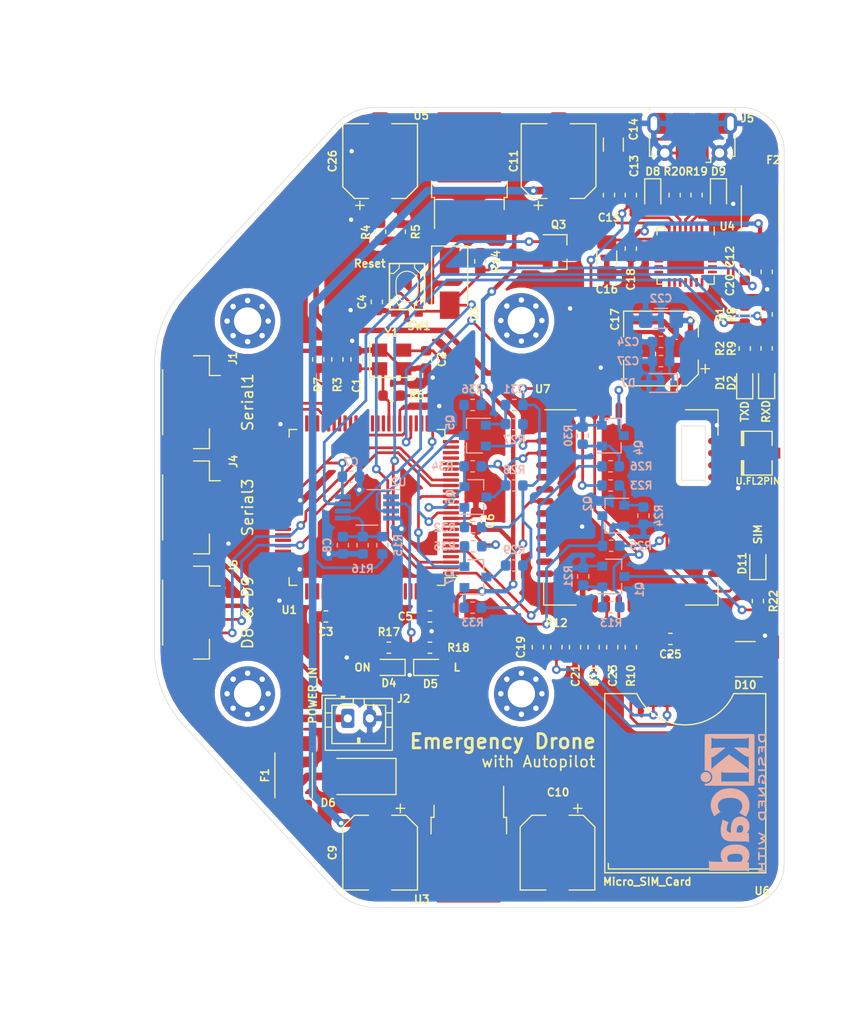
<source format=kicad_pcb>
(kicad_pcb (version 20171130) (host pcbnew "(5.1.6)-1")
  (layers (0 F.Cu signal) (31 B.Cu signal) (34 B.Paste user) (35 F.Paste user) (36 B.SilkS user) (37 F.SilkS user) (38 B.Mask user) (39 F.Mask user) (44 Edge.Cuts user))
  (net 0 "")
  (net 1 GND)
  (net 2 /Arduino_MEGA/XTAL1)
  (net 3 /Arduino_MEGA/XTAL2)
  (net 4 +5V)
  (net 5 /Arduino_MEGA/RESET)
  (net 6 "Net-(C8-Pad1)")
  (net 7 VIN)
  (net 8 "Net-(C12-Pad1)")
  (net 9 +3V3)
  (net 10 VBUS)
  (net 11 /SIM800c/VBAT)
  (net 12 /SIM800c/SIM_DATA)
  (net 13 /SIM800c/SIM_CLK)
  (net 14 /SIM800c/SIM_RST)
  (net 15 /SIM800c/SIM_VDD)
  (net 16 "Net-(D1-Pad2)")
  (net 17 "Net-(D2-Pad2)")
  (net 18 "Net-(D4-Pad2)")
  (net 19 "Net-(D5-Pad2)")
  (net 20 "Net-(D6-Pad2)")
  (net 21 "Net-(D8-Pad1)")
  (net 22 "Net-(D9-Pad1)")
  (net 23 "Net-(D10-Pad5)")
  (net 24 "Net-(D10-Pad6)")
  (net 25 "Net-(D10-Pad4)")
  (net 26 "Net-(D11-Pad1)")
  (net 27 "Net-(F1-Pad2)")
  (net 28 "Net-(F2-Pad2)")
  (net 29 /Arduino_MEGA/TXD1)
  (net 30 /Arduino_MEGA/RXD1)
  (net 31 /SIM800c/GSM_ANT)
  (net 32 "Net-(J5-Pad4)")
  (net 33 "Net-(Q1-Pad3)")
  (net 34 "Net-(Q1-Pad1)")
  (net 35 /Arduino_MEGA/D4)
  (net 36 "Net-(Q2-Pad1)")
  (net 37 "Net-(Q3-Pad1)")
  (net 38 /SIM800c/PWRKEY)
  (net 39 "Net-(Q4-Pad1)")
  (net 40 /Arduino_MEGA/RXD2)
  (net 41 /SIM800c/U1_TXD)
  (net 42 "Net-(Q5-Pad1)")
  (net 43 /SIM800c/U1_RXD)
  (net 44 /SIM800c/RXD)
  (net 45 "Net-(Q6-Pad1)")
  (net 46 /SIM800c/U1_DTR)
  (net 47 /Arduino_MEGA/D6)
  (net 48 "Net-(Q7-Pad1)")
  (net 49 /Arduino_MEGA/U_RXD)
  (net 50 /Arduino_MEGA/TX0)
  (net 51 /Arduino_MEGA/SCL)
  (net 52 "Net-(R4-Pad2)")
  (net 53 /Arduino_MEGA/SDA)
  (net 54 /Arduino_MEGA/U_TXD)
  (net 55 /Arduino_MEGA/RX0)
  (net 56 /SIM800c/NETLIGHT)
  (net 57 "Net-(R18-Pad2)")
  (net 58 "Net-(R19-Pad2)")
  (net 59 "Net-(R20-Pad2)")
  (net 60 /SIM800c/STATUS)
  (net 61 /Arduino_MEGA/D5)
  (net 62 VDD)
  (net 63 "Net-(U1-Pad98)")
  (net 64 "Net-(U1-Pad97)")
  (net 65 "Net-(U1-Pad96)")
  (net 66 "Net-(U1-Pad95)")
  (net 67 "Net-(U1-Pad94)")
  (net 68 "Net-(U1-Pad93)")
  (net 69 "Net-(U1-Pad92)")
  (net 70 "Net-(U1-Pad91)")
  (net 71 "Net-(U1-Pad90)")
  (net 72 "Net-(U1-Pad89)")
  (net 73 "Net-(U1-Pad88)")
  (net 74 "Net-(U1-Pad87)")
  (net 75 "Net-(U1-Pad86)")
  (net 76 "Net-(U1-Pad85)")
  (net 77 "Net-(U1-Pad84)")
  (net 78 "Net-(U1-Pad83)")
  (net 79 "Net-(U1-Pad82)")
  (net 80 "Net-(U1-Pad79)")
  (net 81 "Net-(U1-Pad78)")
  (net 82 "Net-(U1-Pad77)")
  (net 83 "Net-(U1-Pad76)")
  (net 84 "Net-(U1-Pad75)")
  (net 85 "Net-(U1-Pad74)")
  (net 86 "Net-(U1-Pad73)")
  (net 87 "Net-(U1-Pad72)")
  (net 88 "Net-(U1-Pad71)")
  (net 89 "Net-(U1-Pad70)")
  (net 90 "Net-(U1-Pad69)")
  (net 91 "Net-(U1-Pad68)")
  (net 92 "Net-(U1-Pad67)")
  (net 93 "Net-(U1-Pad66)")
  (net 94 "Net-(U1-Pad65)")
  (net 95 /Arduino_MEGA/TXD3)
  (net 96 /Arduino_MEGA/RXD3)
  (net 97 "Net-(U1-Pad60)")
  (net 98 "Net-(U1-Pad59)")
  (net 99 "Net-(U1-Pad58)")
  (net 100 "Net-(U1-Pad57)")
  (net 101 "Net-(U1-Pad56)")
  (net 102 "Net-(U1-Pad55)")
  (net 103 "Net-(U1-Pad54)")
  (net 104 "Net-(U1-Pad53)")
  (net 105 "Net-(U1-Pad52)")
  (net 106 "Net-(U1-Pad51)")
  (net 107 "Net-(U1-Pad50)")
  (net 108 "Net-(U1-Pad49)")
  (net 109 "Net-(U1-Pad48)")
  (net 110 "Net-(U1-Pad47)")
  (net 111 "Net-(U1-Pad42)")
  (net 112 "Net-(U1-Pad41)")
  (net 113 "Net-(U1-Pad40)")
  (net 114 "Net-(U1-Pad39)")
  (net 115 "Net-(U1-Pad38)")
  (net 116 "Net-(U1-Pad37)")
  (net 117 "Net-(U1-Pad36)")
  (net 118 "Net-(U1-Pad35)")
  (net 119 "Net-(U1-Pad29)")
  (net 120 "Net-(U1-Pad28)")
  (net 121 "Net-(U1-Pad27)")
  (net 122 /Arduino_MEGA/PB7)
  (net 123 "Net-(U1-Pad25)")
  (net 124 "Net-(U1-Pad24)")
  (net 125 "Net-(U1-Pad23)")
  (net 126 "Net-(U1-Pad22)")
  (net 127 "Net-(U1-Pad21)")
  (net 128 "Net-(U1-Pad20)")
  (net 129 "Net-(U1-Pad19)")
  (net 130 "Net-(U1-Pad16)")
  (net 131 "Net-(U1-Pad14)")
  (net 132 "Net-(U1-Pad9)")
  (net 133 "Net-(U1-Pad8)")
  (net 134 /Arduino_MEGA/D3)
  (net 135 /Arduino_MEGA/D2)
  (net 136 "Net-(U1-Pad4)")
  (net 137 "Net-(U4-Pad27)")
  (net 138 "Net-(U4-Pad24)")
  (net 139 "Net-(U4-Pad23)")
  (net 140 "Net-(U4-Pad22)")
  (net 141 "Net-(U4-Pad21)")
  (net 142 "Net-(U4-Pad20)")
  (net 143 "Net-(U4-Pad19)")
  (net 144 "Net-(U4-Pad18)")
  (net 145 "Net-(U4-Pad17)")
  (net 146 "Net-(U4-Pad16)")
  (net 147 "Net-(U4-Pad15)")
  (net 148 "Net-(U4-Pad14)")
  (net 149 "Net-(U4-Pad13)")
  (net 150 "Net-(U4-Pad12)")
  (net 151 "Net-(U4-Pad11)")
  (net 152 "Net-(U4-Pad10)")
  (net 153 "Net-(U4-Pad9)")
  (net 154 "Net-(U4-Pad2)")
  (net 155 "Net-(U4-Pad1)")
  (net 156 "Net-(U7-Pad38)")
  (net 157 "Net-(U7-Pad29)")
  (net 158 "Net-(U7-Pad28)")
  (net 159 "Net-(U7-Pad26)")
  (net 160 "Net-(U7-Pad25)")
  (net 161 "Net-(U7-Pad24)")
  (net 162 "Net-(U7-Pad23)")
  (net 163 "Net-(U7-Pad22)")
  (net 164 "Net-(U7-Pad14)")
  (net 165 "Net-(U7-Pad12)")
  (net 166 "Net-(U7-Pad11)")
  (net 167 "Net-(U7-Pad10)")
  (net 168 "Net-(U7-Pad9)")
  (net 169 "Net-(U7-Pad7)")
  (net 170 "Net-(U7-Pad5)")
  (net 171 "Net-(U7-Pad4)")
  (net 172 "Net-(U7-Pad3)")
  (net 173 "Net-(U6-PadC4)")
  (net 174 /Arduino_MEGA/D9)
  (net 175 /Arduino_MEGA/D8)
  (net 176 "Net-(D10-Pad3)")
  (net 177 "Net-(U7-Pad20)")
  (module Symbol:KiCad-Logo2_5mm_SilkScreen (layer B.Cu) (at 180.35 123.95 270)
    (fp_text reference REF** hide)
    (fp_text value KiCad-Logo2_5mm_SilkScreen hide)
  )
  (module RF_GSM:SIMCom_SIM800C (layer F.Cu) (at 171 97)
    (fp_text reference U7 (at -8.05 -10.8) (layer F.SilkS) (effects (font (size 0.7 0.7))))
    (fp_text value SIM7020E)
    (pad 42 smd oval (at -4.4 -8.8) (size 0.6 1.6) (layers F.Cu F.Mask) (net 60 /SIM800c/STATUS))
    (pad 41 smd oval (at -3.3 -8.8) (size 0.6 1.6) (layers F.Cu F.Mask) (net 56 /SIM800c/NETLIGHT))
    (pad 40 smd oval (at -2.2 -8.8) (size 0.6 1.6) (layers F.Cu F.Mask) (net 62 VDD))
    (pad 39 smd oval (at -1.1 -8.8) (size 0.6 1.6) (layers F.Cu F.Mask) (net 38 /SIM800c/PWRKEY))
    (pad 38 smd oval (at 0 -8.8) (size 0.6 1.6) (layers F.Cu F.Mask) (net 156 "Net-(U7-Pad38)"))
    (pad 37 smd oval (at 1.1 -8.8) (size 0.6 1.6) (layers F.Cu F.Mask) (net 1 GND))
    (pad 36 smd oval (at 2.2 -8.8) (size 0.6 1.6) (layers F.Cu F.Mask) (net 1 GND))
    (pad 35 smd oval (at 3.3 -8.8) (size 0.6 1.6) (layers F.Cu F.Mask) (net 11 /SIM800c/VBAT))
    (pad 34 smd oval (at 4.4 -8.8) (size 0.6 1.6) (layers F.Cu F.Mask) (net 11 /SIM800c/VBAT))
    (pad 33 smd oval (at 7.85 -6.05) (size 1.6 0.6) (layers F.Cu F.Mask) (net 1 GND))
    (pad 32 smd oval (at 7.85 -4.95) (size 1.6 0.6) (layers F.Cu F.Mask) (net 31 /SIM800c/GSM_ANT))
    (pad 31 smd oval (at 7.85 -3.85) (size 1.6 0.6) (layers F.Cu F.Mask) (net 1 GND))
    (pad 30 smd oval (at 7.85 -2.75) (size 1.6 0.6) (layers F.Cu F.Mask) (net 1 GND))
    (pad 29 smd oval (at 7.85 -1.65) (size 1.6 0.6) (layers F.Cu F.Mask) (net 157 "Net-(U7-Pad29)"))
    (pad 28 smd oval (at 7.85 -0.55) (size 1.6 0.6) (layers F.Cu F.Mask) (net 158 "Net-(U7-Pad28)"))
    (pad 27 smd oval (at 7.85 0.55) (size 1.6 0.6) (layers F.Cu F.Mask) (net 1 GND))
    (pad 26 smd oval (at 7.85 1.65) (size 1.6 0.6) (layers F.Cu F.Mask) (net 159 "Net-(U7-Pad26)"))
    (pad 25 smd oval (at 7.85 2.75) (size 1.6 0.6) (layers F.Cu F.Mask) (net 160 "Net-(U7-Pad25)"))
    (pad 24 smd oval (at 7.85 3.85) (size 1.6 0.6) (layers F.Cu F.Mask) (net 161 "Net-(U7-Pad24)"))
    (pad 23 smd oval (at 7.85 4.95) (size 1.6 0.6) (layers F.Cu F.Mask) (net 162 "Net-(U7-Pad23)"))
    (pad 22 smd oval (at 7.85 6.05) (size 1.6 0.6) (layers F.Cu F.Mask) (net 163 "Net-(U7-Pad22)"))
    (pad 21 smd oval (at 4.4 8.8) (size 0.6 1.6) (layers F.Cu F.Mask) (net 1 GND))
    (pad 20 smd oval (at 3.3 8.8) (size 0.6 1.6) (layers F.Cu F.Mask) (net 177 "Net-(U7-Pad20)"))
    (pad 19 smd oval (at 2.2 8.8) (size 0.6 1.6) (layers F.Cu F.Mask) (net 1 GND))
    (pad 18 smd oval (at 1.1 8.8) (size 0.6 1.6) (layers F.Cu F.Mask) (net 15 /SIM800c/SIM_VDD))
    (pad 17 smd oval (at 0 8.8) (size 0.6 1.6) (layers F.Cu F.Mask) (net 14 /SIM800c/SIM_RST))
    (pad 16 smd oval (at -1.1 8.8) (size 0.6 1.6) (layers F.Cu F.Mask) (net 13 /SIM800c/SIM_CLK))
    (pad 15 smd oval (at -2.2 8.8) (size 0.6 1.6) (layers F.Cu F.Mask) (net 12 /SIM800c/SIM_DATA))
    (pad 14 smd oval (at -3.3 8.8) (size 0.6 1.6) (layers F.Cu F.Mask) (net 164 "Net-(U7-Pad14)"))
    (pad 13 smd oval (at -4.4 8.8) (size 0.6 1.6) (layers F.Cu F.Mask) (net 1 GND))
    (pad 12 smd oval (at -7.85 6.05) (size 1.6 0.6) (layers F.Cu F.Mask) (net 165 "Net-(U7-Pad12)"))
    (pad 11 smd oval (at -7.85 4.95) (size 1.6 0.6) (layers F.Cu F.Mask) (net 166 "Net-(U7-Pad11)"))
    (pad 10 smd oval (at -7.85 3.85) (size 1.6 0.6) (layers F.Cu F.Mask) (net 167 "Net-(U7-Pad10)"))
    (pad 9 smd oval (at -7.85 2.75) (size 1.6 0.6) (layers F.Cu F.Mask) (net 168 "Net-(U7-Pad9)"))
    (pad 8 smd oval (at -7.85 1.65) (size 1.6 0.6) (layers F.Cu F.Mask) (net 1 GND))
    (pad 7 smd oval (at -7.85 0.55) (size 1.6 0.6) (layers F.Cu F.Mask) (net 169 "Net-(U7-Pad7)"))
    (pad 6 smd oval (at -7.85 -0.55) (size 1.6 0.6) (layers F.Cu F.Mask) (net 46 /SIM800c/U1_DTR))
    (pad 5 smd oval (at -7.85 -1.65) (size 1.6 0.6) (layers F.Cu F.Mask) (net 170 "Net-(U7-Pad5)"))
    (pad 4 smd oval (at -7.85 -2.75) (size 1.6 0.6) (layers F.Cu F.Mask) (net 171 "Net-(U7-Pad4)"))
    (pad 3 smd oval (at -7.85 -3.85) (size 1.6 0.6) (layers F.Cu F.Mask) (net 172 "Net-(U7-Pad3)"))
    (pad 2 smd oval (at -7.85 -4.95) (size 1.6 0.6) (layers F.Cu F.Mask) (net 43 /SIM800c/U1_RXD))
    (pad 1 smd oval (at -7.85 -6.05) (size 1.6 0.6) (layers F.Cu F.Mask) (net 41 /SIM800c/U1_TXD))
  )
  (module Package_TO_SOT_SMD:TO-252-2 (layer F.Cu) (at 156.25 66.25 90)
    (fp_text reference U5 (at 5 -4.4 180) (layer F.SilkS) (effects (font (size 0.7 0.7))))
    (fp_text value LM1084-ADJ)
    (pad 2 smd rect (at 2.1 0 90) (size 6.4 5.8) (layers F.Cu F.Mask) (net 11 /SIM800c/VBAT))
    (pad 3 smd rect (at -4.2 2.28 90) (size 2.2 1.2) (layers F.Cu F.Paste F.Mask) (net 7 VIN))
    (pad 1 smd rect (at -4.2 -2.28 90) (size 2.2 1.2) (layers F.Cu F.Paste F.Mask) (net 52 "Net-(R4-Pad2)"))
  )
  (module Package_TO_SOT_SMD:TO-252-2 (layer F.Cu) (at 156.2 127.75 270)
    (fp_text reference U3 (at 5 4.3 180) (layer F.SilkS) (effects (font (size 0.7 0.7))))
    (fp_text value LM1084-5.0)
    (pad 2 smd rect (at 2.1 0 270) (size 6.4 5.8) (layers F.Cu F.Mask) (net 4 +5V))
    (pad 3 smd rect (at -4.2 2.28 270) (size 2.2 1.2) (layers F.Cu F.Paste F.Mask) (net 7 VIN))
    (pad 1 smd rect (at -4.2 -2.28 270) (size 2.2 1.2) (layers F.Cu F.Paste F.Mask) (net 1 GND))
  )
  (module Connector_JST:JST_GH_SM04B-GHS-TB_1x04-1MP_P1.25mm_Horizontal (layer F.Cu) (at 130.8 106.6 270)
    (fp_text reference J6 (at -4.25 -3.9 90) (layer F.SilkS) (effects (font (size 0.7 0.7))))
    (fp_text value IO)
    (pad MP smd roundrect (at 3.725 1.35 270) (size 1 2.7) (layers F.Cu F.Paste F.Mask))
    (pad MP smd roundrect (at -3.725 1.35 270) (size 1 2.7) (layers F.Cu F.Paste F.Mask))
    (pad 4 smd roundrect (at 1.875 -1.85 270) (size 0.6 1.7) (layers F.Cu F.Paste F.Mask) (net 174 /Arduino_MEGA/D9))
    (pad 3 smd roundrect (at 0.625 -1.85 270) (size 0.6 1.7) (layers F.Cu F.Paste F.Mask) (net 175 /Arduino_MEGA/D8))
    (pad 2 smd roundrect (at -0.625 -1.85 270) (size 0.6 1.7) (layers F.Cu F.Paste F.Mask) (net 4 +5V))
    (pad 1 smd roundrect (at -1.875 -1.85 270) (size 0.6 1.7) (layers F.Cu F.Paste F.Mask) (net 1 GND))
  )
  (module Connector_JST:JST_GH_SM04B-GHS-TB_1x04-1MP_P1.25mm_Horizontal (layer F.Cu) (at 130.8 97 270)
    (fp_text reference J4 (at -4.2 -3.9 90) (layer F.SilkS) (effects (font (size 0.7 0.7))))
    (fp_text value Serial3)
    (pad MP smd roundrect (at 3.725 1.35 270) (size 1 2.7) (layers F.Cu F.Paste F.Mask))
    (pad MP smd roundrect (at -3.725 1.35 270) (size 1 2.7) (layers F.Cu F.Paste F.Mask))
    (pad 4 smd roundrect (at 1.875 -1.85 270) (size 0.6 1.7) (layers F.Cu F.Paste F.Mask) (net 95 /Arduino_MEGA/TXD3))
    (pad 3 smd roundrect (at 0.625 -1.85 270) (size 0.6 1.7) (layers F.Cu F.Paste F.Mask) (net 96 /Arduino_MEGA/RXD3))
    (pad 2 smd roundrect (at -0.625 -1.85 270) (size 0.6 1.7) (layers F.Cu F.Paste F.Mask) (net 4 +5V))
    (pad 1 smd roundrect (at -1.875 -1.85 270) (size 0.6 1.7) (layers F.Cu F.Paste F.Mask) (net 1 GND))
  )
  (module Connector_JST:JST_GH_SM04B-GHS-TB_1x04-1MP_P1.25mm_Horizontal (layer F.Cu) (at 130.8 87.4 270)
    (fp_text reference J1 (at -4 -3.85 90) (layer F.SilkS) (effects (font (size 0.7 0.7))))
    (fp_text value Telemetry_Port)
    (pad MP smd roundrect (at 3.725 1.35 270) (size 1 2.7) (layers F.Cu F.Paste F.Mask))
    (pad MP smd roundrect (at -3.725 1.35 270) (size 1 2.7) (layers F.Cu F.Paste F.Mask))
    (pad 4 smd roundrect (at 1.875 -1.85 270) (size 0.6 1.7) (layers F.Cu F.Paste F.Mask) (net 29 /Arduino_MEGA/TXD1))
    (pad 3 smd roundrect (at 0.625 -1.85 270) (size 0.6 1.7) (layers F.Cu F.Paste F.Mask) (net 30 /Arduino_MEGA/RXD1))
    (pad 2 smd roundrect (at -0.625 -1.85 270) (size 0.6 1.7) (layers F.Cu F.Paste F.Mask) (net 4 +5V))
    (pad 1 smd roundrect (at -1.875 -1.85 270) (size 0.6 1.7) (layers F.Cu F.Paste F.Mask) (net 1 GND))
  )
  (module Kicad_My_Symbol:microSIM_Holder_0181AAAA06A (layer F.Cu) (at 179.4 114.6 180)
    (fp_text reference U6 (at -3.595 -17.39) (layer F.SilkS) (effects (font (size 0.7 0.7))))
    (fp_text value microSIM_Holder_0181AAAA06A)
    (pad MP smd rect (at 10.58 -10.825 180) (size 1 1.225) (layers F.Cu F.Paste F.Mask) (net 1 GND))
    (pad MP smd rect (at -3.72 -10.825 180) (size 1 1.225) (layers F.Cu F.Paste F.Mask) (net 1 GND))
    (pad C5 smd rect (at 6.35 0 180) (size 0.84 1.225) (layers F.Cu F.Paste F.Mask) (net 176 "Net-(D10-Pad3)"))
    (pad C6 smd rect (at 5.08 0 180) (size 0.84 1.225) (layers F.Cu F.Paste F.Mask) (net 25 "Net-(D10-Pad4)"))
    (pad C3 smd rect (at 3.81 0 180) (size 0.84 1.225) (layers F.Cu F.Paste F.Mask) (net 24 "Net-(D10-Pad6)"))
    (pad C4 smd rect (at 2.54 0 180) (size 0.84 1.225) (layers F.Cu F.Paste F.Mask) (net 173 "Net-(U6-PadC4)"))
    (pad C1 smd rect (at 1.27 0 180) (size 0.84 1.225) (layers F.Cu F.Paste F.Mask) (net 15 /SIM800c/SIM_VDD))
    (pad C2 smd rect (at 0 0 180) (size 0.84 1.225) (layers F.Cu F.Paste F.Mask) (net 1 GND))
  )
  (module Crystal:Crystal_SMD_3225-4Pin_3.2x2.5mm (layer F.Cu) (at 149.15 83.5)
    (fp_text reference Y1 (at 0 -2.45) (layer F.SilkS) (effects (font (size 0.7 0.7))))
    (fp_text value Crystal_GND24)
    (pad 4 smd rect (at -1.1 -0.85) (size 1.4 1.2) (layers F.Cu F.Paste F.Mask) (net 1 GND))
    (pad 3 smd rect (at 1.1 -0.85) (size 1.4 1.2) (layers F.Cu F.Paste F.Mask) (net 3 /Arduino_MEGA/XTAL2))
    (pad 2 smd rect (at 1.1 0.85) (size 1.4 1.2) (layers F.Cu F.Paste F.Mask) (net 1 GND))
    (pad 1 smd rect (at -1.1 0.85) (size 1.4 1.2) (layers F.Cu F.Paste F.Mask) (net 2 /Arduino_MEGA/XTAL1))
  )
  (module Package_DFN_QFN:QFN-28-1EP_5x5mm_P0.5mm_EP3.35x3.35mm (layer F.Cu) (at 176 74.02 270)
    (fp_text reference U4 (at -2.67 -3.8 180) (layer F.SilkS) (effects (font (size 0.7 0.7))))
    (fp_text value CP2102N-A01-GQFN28)
    (pad 29 smd rect (at 0 0 270) (size 3.35 3.35) (layers F.Cu F.Mask) (net 1 GND))
    (pad 28 smd roundrect (at -1.5 -2.45 270) (size 0.25 0.8) (layers F.Cu F.Paste F.Mask) (net 8 "Net-(C12-Pad1)"))
    (pad 27 smd roundrect (at -1 -2.45 270) (size 0.25 0.8) (layers F.Cu F.Paste F.Mask) (net 137 "Net-(U4-Pad27)"))
    (pad 26 smd roundrect (at -0.5 -2.45 270) (size 0.25 0.8) (layers F.Cu F.Paste F.Mask) (net 54 /Arduino_MEGA/U_TXD))
    (pad 25 smd roundrect (at 0 -2.45 270) (size 0.25 0.8) (layers F.Cu F.Paste F.Mask) (net 49 /Arduino_MEGA/U_RXD))
    (pad 24 smd roundrect (at 0.5 -2.45 270) (size 0.25 0.8) (layers F.Cu F.Paste F.Mask) (net 138 "Net-(U4-Pad24)"))
    (pad 23 smd roundrect (at 1 -2.45 270) (size 0.25 0.8) (layers F.Cu F.Paste F.Mask) (net 139 "Net-(U4-Pad23)"))
    (pad 22 smd roundrect (at 1.5 -2.45 270) (size 0.25 0.8) (layers F.Cu F.Paste F.Mask) (net 140 "Net-(U4-Pad22)"))
    (pad 21 smd roundrect (at 2.45 -1.5 270) (size 0.8 0.25) (layers F.Cu F.Paste F.Mask) (net 141 "Net-(U4-Pad21)"))
    (pad 20 smd roundrect (at 2.45 -1 270) (size 0.8 0.25) (layers F.Cu F.Paste F.Mask) (net 142 "Net-(U4-Pad20)"))
    (pad 19 smd roundrect (at 2.45 -0.5 270) (size 0.8 0.25) (layers F.Cu F.Paste F.Mask) (net 143 "Net-(U4-Pad19)"))
    (pad 18 smd roundrect (at 2.45 0 270) (size 0.8 0.25) (layers F.Cu F.Paste F.Mask) (net 144 "Net-(U4-Pad18)"))
    (pad 17 smd roundrect (at 2.45 0.5 270) (size 0.8 0.25) (layers F.Cu F.Paste F.Mask) (net 145 "Net-(U4-Pad17)"))
    (pad 16 smd roundrect (at 2.45 1 270) (size 0.8 0.25) (layers F.Cu F.Paste F.Mask) (net 146 "Net-(U4-Pad16)"))
    (pad 15 smd roundrect (at 2.45 1.5 270) (size 0.8 0.25) (layers F.Cu F.Paste F.Mask) (net 147 "Net-(U4-Pad15)"))
    (pad 14 smd roundrect (at 1.5 2.45 270) (size 0.25 0.8) (layers F.Cu F.Paste F.Mask) (net 148 "Net-(U4-Pad14)"))
    (pad 13 smd roundrect (at 1 2.45 270) (size 0.25 0.8) (layers F.Cu F.Paste F.Mask) (net 149 "Net-(U4-Pad13)"))
    (pad 12 smd roundrect (at 0.5 2.45 270) (size 0.25 0.8) (layers F.Cu F.Paste F.Mask) (net 150 "Net-(U4-Pad12)"))
    (pad 11 smd roundrect (at 0 2.45 270) (size 0.25 0.8) (layers F.Cu F.Paste F.Mask) (net 151 "Net-(U4-Pad11)"))
    (pad 10 smd roundrect (at -0.5 2.45 270) (size 0.25 0.8) (layers F.Cu F.Paste F.Mask) (net 152 "Net-(U4-Pad10)"))
    (pad 9 smd roundrect (at -1 2.45 270) (size 0.25 0.8) (layers F.Cu F.Paste F.Mask) (net 153 "Net-(U4-Pad9)"))
    (pad 8 smd roundrect (at -1.5 2.45 270) (size 0.25 0.8) (layers F.Cu F.Paste F.Mask) (net 10 VBUS))
    (pad 7 smd roundrect (at -2.45 1.5 270) (size 0.8 0.25) (layers F.Cu F.Paste F.Mask) (net 4 +5V))
    (pad 6 smd roundrect (at -2.45 1 270) (size 0.8 0.25) (layers F.Cu F.Paste F.Mask) (net 9 +3V3))
    (pad 5 smd roundrect (at -2.45 0.5 270) (size 0.8 0.25) (layers F.Cu F.Paste F.Mask) (net 59 "Net-(R20-Pad2)"))
    (pad 4 smd roundrect (at -2.45 0 270) (size 0.8 0.25) (layers F.Cu F.Paste F.Mask) (net 58 "Net-(R19-Pad2)"))
    (pad 3 smd roundrect (at -2.45 -0.5 270) (size 0.8 0.25) (layers F.Cu F.Paste F.Mask) (net 1 GND))
    (pad 2 smd roundrect (at -2.45 -1 270) (size 0.8 0.25) (layers F.Cu F.Paste F.Mask) (net 154 "Net-(U4-Pad2)"))
    (pad 1 smd roundrect (at -2.45 -1.5 270) (size 0.8 0.25) (layers F.Cu F.Paste F.Mask) (net 155 "Net-(U4-Pad1)"))
  )
  (module Package_SO:VSSOP-8_3.0x3.0mm_P0.65mm (layer B.Cu) (at 146.9 97 180)
    (fp_text reference U2 (at -2.9 2.3) (layer B.SilkS) (effects (font (size 0.7 0.7)) (justify mirror)))
    (fp_text value LMV358)
    (pad 8 smd rect (at 2.2 0.975 270) (size 0.45 1.45) (layers B.Cu B.Paste B.Mask) (net 4 +5V))
    (pad 7 smd rect (at 2.2 0.325 270) (size 0.45 1.45) (layers B.Cu B.Paste B.Mask) (net 37 "Net-(Q3-Pad1)"))
    (pad 6 smd rect (at 2.2 -0.325 270) (size 0.45 1.45) (layers B.Cu B.Paste B.Mask) (net 9 +3V3))
    (pad 5 smd rect (at 2.2 -0.975 270) (size 0.45 1.45) (layers B.Cu B.Paste B.Mask) (net 6 "Net-(C8-Pad1)"))
    (pad 4 smd rect (at -2.2 -0.975 270) (size 0.45 1.45) (layers B.Cu B.Paste B.Mask) (net 1 GND))
    (pad 3 smd rect (at -2.2 -0.325 270) (size 0.45 1.45) (layers B.Cu B.Paste B.Mask) (net 122 /Arduino_MEGA/PB7))
    (pad 2 smd rect (at -2.2 0.325 270) (size 0.45 1.45) (layers B.Cu B.Paste B.Mask) (net 57 "Net-(R18-Pad2)"))
    (pad 1 smd rect (at -2.2 0.975 270) (size 0.45 1.45) (layers B.Cu B.Paste B.Mask) (net 57 "Net-(R18-Pad2)"))
  )
  (module Package_QFP:TQFP-100_14x14mm_P0.5mm (layer F.Cu) (at 146.9 97 180)
    (fp_text reference U1 (at 7.1 -9.35) (layer F.SilkS) (effects (font (size 0.7 0.7))))
    (fp_text value ATmega2560-16AU)
    (pad 100 smd roundrect (at -6 -7.6625 180) (size 0.3 1.475) (layers F.Cu F.Paste F.Mask) (net 4 +5V))
    (pad 99 smd roundrect (at -5.5 -7.6625 180) (size 0.3 1.475) (layers F.Cu F.Paste F.Mask) (net 1 GND))
    (pad 98 smd roundrect (at -5 -7.6625 180) (size 0.3 1.475) (layers F.Cu F.Paste F.Mask) (net 63 "Net-(U1-Pad98)"))
    (pad 97 smd roundrect (at -4.5 -7.6625 180) (size 0.3 1.475) (layers F.Cu F.Paste F.Mask) (net 64 "Net-(U1-Pad97)"))
    (pad 96 smd roundrect (at -4 -7.6625 180) (size 0.3 1.475) (layers F.Cu F.Paste F.Mask) (net 65 "Net-(U1-Pad96)"))
    (pad 95 smd roundrect (at -3.5 -7.6625 180) (size 0.3 1.475) (layers F.Cu F.Paste F.Mask) (net 66 "Net-(U1-Pad95)"))
    (pad 94 smd roundrect (at -3 -7.6625 180) (size 0.3 1.475) (layers F.Cu F.Paste F.Mask) (net 67 "Net-(U1-Pad94)"))
    (pad 93 smd roundrect (at -2.5 -7.6625 180) (size 0.3 1.475) (layers F.Cu F.Paste F.Mask) (net 68 "Net-(U1-Pad93)"))
    (pad 92 smd roundrect (at -2 -7.6625 180) (size 0.3 1.475) (layers F.Cu F.Paste F.Mask) (net 69 "Net-(U1-Pad92)"))
    (pad 91 smd roundrect (at -1.5 -7.6625 180) (size 0.3 1.475) (layers F.Cu F.Paste F.Mask) (net 70 "Net-(U1-Pad91)"))
    (pad 90 smd roundrect (at -1 -7.6625 180) (size 0.3 1.475) (layers F.Cu F.Paste F.Mask) (net 71 "Net-(U1-Pad90)"))
    (pad 89 smd roundrect (at -0.5 -7.6625 180) (size 0.3 1.475) (layers F.Cu F.Paste F.Mask) (net 72 "Net-(U1-Pad89)"))
    (pad 88 smd roundrect (at 0 -7.6625 180) (size 0.3 1.475) (layers F.Cu F.Paste F.Mask) (net 73 "Net-(U1-Pad88)"))
    (pad 87 smd roundrect (at 0.5 -7.6625 180) (size 0.3 1.475) (layers F.Cu F.Paste F.Mask) (net 74 "Net-(U1-Pad87)"))
    (pad 86 smd roundrect (at 1 -7.6625 180) (size 0.3 1.475) (layers F.Cu F.Paste F.Mask) (net 75 "Net-(U1-Pad86)"))
    (pad 85 smd roundrect (at 1.5 -7.6625 180) (size 0.3 1.475) (layers F.Cu F.Paste F.Mask) (net 76 "Net-(U1-Pad85)"))
    (pad 84 smd roundrect (at 2 -7.6625 180) (size 0.3 1.475) (layers F.Cu F.Paste F.Mask) (net 77 "Net-(U1-Pad84)"))
    (pad 83 smd roundrect (at 2.5 -7.6625 180) (size 0.3 1.475) (layers F.Cu F.Paste F.Mask) (net 78 "Net-(U1-Pad83)"))
    (pad 82 smd roundrect (at 3 -7.6625 180) (size 0.3 1.475) (layers F.Cu F.Paste F.Mask) (net 79 "Net-(U1-Pad82)"))
    (pad 81 smd roundrect (at 3.5 -7.6625 180) (size 0.3 1.475) (layers F.Cu F.Paste F.Mask) (net 1 GND))
    (pad 80 smd roundrect (at 4 -7.6625 180) (size 0.3 1.475) (layers F.Cu F.Paste F.Mask) (net 4 +5V))
    (pad 79 smd roundrect (at 4.5 -7.6625 180) (size 0.3 1.475) (layers F.Cu F.Paste F.Mask) (net 80 "Net-(U1-Pad79)"))
    (pad 78 smd roundrect (at 5 -7.6625 180) (size 0.3 1.475) (layers F.Cu F.Paste F.Mask) (net 81 "Net-(U1-Pad78)"))
    (pad 77 smd roundrect (at 5.5 -7.6625 180) (size 0.3 1.475) (layers F.Cu F.Paste F.Mask) (net 82 "Net-(U1-Pad77)"))
    (pad 76 smd roundrect (at 6 -7.6625 180) (size 0.3 1.475) (layers F.Cu F.Paste F.Mask) (net 83 "Net-(U1-Pad76)"))
    (pad 75 smd roundrect (at 7.6625 -6 180) (size 1.475 0.3) (layers F.Cu F.Paste F.Mask) (net 84 "Net-(U1-Pad75)"))
    (pad 74 smd roundrect (at 7.6625 -5.5 180) (size 1.475 0.3) (layers F.Cu F.Paste F.Mask) (net 85 "Net-(U1-Pad74)"))
    (pad 73 smd roundrect (at 7.6625 -5 180) (size 1.475 0.3) (layers F.Cu F.Paste F.Mask) (net 86 "Net-(U1-Pad73)"))
    (pad 72 smd roundrect (at 7.6625 -4.5 180) (size 1.475 0.3) (layers F.Cu F.Paste F.Mask) (net 87 "Net-(U1-Pad72)"))
    (pad 71 smd roundrect (at 7.6625 -4 180) (size 1.475 0.3) (layers F.Cu F.Paste F.Mask) (net 88 "Net-(U1-Pad71)"))
    (pad 70 smd roundrect (at 7.6625 -3.5 180) (size 1.475 0.3) (layers F.Cu F.Paste F.Mask) (net 89 "Net-(U1-Pad70)"))
    (pad 69 smd roundrect (at 7.6625 -3 180) (size 1.475 0.3) (layers F.Cu F.Paste F.Mask) (net 90 "Net-(U1-Pad69)"))
    (pad 68 smd roundrect (at 7.6625 -2.5 180) (size 1.475 0.3) (layers F.Cu F.Paste F.Mask) (net 91 "Net-(U1-Pad68)"))
    (pad 67 smd roundrect (at 7.6625 -2 180) (size 1.475 0.3) (layers F.Cu F.Paste F.Mask) (net 92 "Net-(U1-Pad67)"))
    (pad 66 smd roundrect (at 7.6625 -1.5 180) (size 1.475 0.3) (layers F.Cu F.Paste F.Mask) (net 93 "Net-(U1-Pad66)"))
    (pad 65 smd roundrect (at 7.6625 -1 180) (size 1.475 0.3) (layers F.Cu F.Paste F.Mask) (net 94 "Net-(U1-Pad65)"))
    (pad 64 smd roundrect (at 7.6625 -0.5 180) (size 1.475 0.3) (layers F.Cu F.Paste F.Mask) (net 95 /Arduino_MEGA/TXD3))
    (pad 63 smd roundrect (at 7.6625 0 180) (size 1.475 0.3) (layers F.Cu F.Paste F.Mask) (net 96 /Arduino_MEGA/RXD3))
    (pad 62 smd roundrect (at 7.6625 0.5 180) (size 1.475 0.3) (layers F.Cu F.Paste F.Mask) (net 1 GND))
    (pad 61 smd roundrect (at 7.6625 1 180) (size 1.475 0.3) (layers F.Cu F.Paste F.Mask) (net 4 +5V))
    (pad 60 smd roundrect (at 7.6625 1.5 180) (size 1.475 0.3) (layers F.Cu F.Paste F.Mask) (net 97 "Net-(U1-Pad60)"))
    (pad 59 smd roundrect (at 7.6625 2 180) (size 1.475 0.3) (layers F.Cu F.Paste F.Mask) (net 98 "Net-(U1-Pad59)"))
    (pad 58 smd roundrect (at 7.6625 2.5 180) (size 1.475 0.3) (layers F.Cu F.Paste F.Mask) (net 99 "Net-(U1-Pad58)"))
    (pad 57 smd roundrect (at 7.6625 3 180) (size 1.475 0.3) (layers F.Cu F.Paste F.Mask) (net 100 "Net-(U1-Pad57)"))
    (pad 56 smd roundrect (at 7.6625 3.5 180) (size 1.475 0.3) (layers F.Cu F.Paste F.Mask) (net 101 "Net-(U1-Pad56)"))
    (pad 55 smd roundrect (at 7.6625 4 180) (size 1.475 0.3) (layers F.Cu F.Paste F.Mask) (net 102 "Net-(U1-Pad55)"))
    (pad 54 smd roundrect (at 7.6625 4.5 180) (size 1.475 0.3) (layers F.Cu F.Paste F.Mask) (net 103 "Net-(U1-Pad54)"))
    (pad 53 smd roundrect (at 7.6625 5 180) (size 1.475 0.3) (layers F.Cu F.Paste F.Mask) (net 104 "Net-(U1-Pad53)"))
    (pad 52 smd roundrect (at 7.6625 5.5 180) (size 1.475 0.3) (layers F.Cu F.Paste F.Mask) (net 105 "Net-(U1-Pad52)"))
    (pad 51 smd roundrect (at 7.6625 6 180) (size 1.475 0.3) (layers F.Cu F.Paste F.Mask) (net 106 "Net-(U1-Pad51)"))
    (pad 50 smd roundrect (at 6 7.6625 180) (size 0.3 1.475) (layers F.Cu F.Paste F.Mask) (net 107 "Net-(U1-Pad50)"))
    (pad 49 smd roundrect (at 5.5 7.6625 180) (size 0.3 1.475) (layers F.Cu F.Paste F.Mask) (net 108 "Net-(U1-Pad49)"))
    (pad 48 smd roundrect (at 5 7.6625 180) (size 0.3 1.475) (layers F.Cu F.Paste F.Mask) (net 109 "Net-(U1-Pad48)"))
    (pad 47 smd roundrect (at 4.5 7.6625 180) (size 0.3 1.475) (layers F.Cu F.Paste F.Mask) (net 110 "Net-(U1-Pad47)"))
    (pad 46 smd roundrect (at 4 7.6625 180) (size 0.3 1.475) (layers F.Cu F.Paste F.Mask) (net 29 /Arduino_MEGA/TXD1))
    (pad 45 smd roundrect (at 3.5 7.6625 180) (size 0.3 1.475) (layers F.Cu F.Paste F.Mask) (net 30 /Arduino_MEGA/RXD1))
    (pad 44 smd roundrect (at 3 7.6625 180) (size 0.3 1.475) (layers F.Cu F.Paste F.Mask) (net 53 /Arduino_MEGA/SDA))
    (pad 43 smd roundrect (at 2.5 7.6625 180) (size 0.3 1.475) (layers F.Cu F.Paste F.Mask) (net 51 /Arduino_MEGA/SCL))
    (pad 42 smd roundrect (at 2 7.6625 180) (size 0.3 1.475) (layers F.Cu F.Paste F.Mask) (net 111 "Net-(U1-Pad42)"))
    (pad 41 smd roundrect (at 1.5 7.6625 180) (size 0.3 1.475) (layers F.Cu F.Paste F.Mask) (net 112 "Net-(U1-Pad41)"))
    (pad 40 smd roundrect (at 1 7.6625 180) (size 0.3 1.475) (layers F.Cu F.Paste F.Mask) (net 113 "Net-(U1-Pad40)"))
    (pad 39 smd roundrect (at 0.5 7.6625 180) (size 0.3 1.475) (layers F.Cu F.Paste F.Mask) (net 114 "Net-(U1-Pad39)"))
    (pad 38 smd roundrect (at 0 7.6625 180) (size 0.3 1.475) (layers F.Cu F.Paste F.Mask) (net 115 "Net-(U1-Pad38)"))
    (pad 37 smd roundrect (at -0.5 7.6625 180) (size 0.3 1.475) (layers F.Cu F.Paste F.Mask) (net 116 "Net-(U1-Pad37)"))
    (pad 36 smd roundrect (at -1 7.6625 180) (size 0.3 1.475) (layers F.Cu F.Paste F.Mask) (net 117 "Net-(U1-Pad36)"))
    (pad 35 smd roundrect (at -1.5 7.6625 180) (size 0.3 1.475) (layers F.Cu F.Paste F.Mask) (net 118 "Net-(U1-Pad35)"))
    (pad 34 smd roundrect (at -2 7.6625 180) (size 0.3 1.475) (layers F.Cu F.Paste F.Mask) (net 2 /Arduino_MEGA/XTAL1))
    (pad 33 smd roundrect (at -2.5 7.6625 180) (size 0.3 1.475) (layers F.Cu F.Paste F.Mask) (net 3 /Arduino_MEGA/XTAL2))
    (pad 32 smd roundrect (at -3 7.6625 180) (size 0.3 1.475) (layers F.Cu F.Paste F.Mask) (net 1 GND))
    (pad 31 smd roundrect (at -3.5 7.6625 180) (size 0.3 1.475) (layers F.Cu F.Paste F.Mask) (net 4 +5V))
    (pad 30 smd roundrect (at -4 7.6625 180) (size 0.3 1.475) (layers F.Cu F.Paste F.Mask) (net 5 /Arduino_MEGA/RESET))
    (pad 29 smd roundrect (at -4.5 7.6625 180) (size 0.3 1.475) (layers F.Cu F.Paste F.Mask) (net 119 "Net-(U1-Pad29)"))
    (pad 28 smd roundrect (at -5 7.6625 180) (size 0.3 1.475) (layers F.Cu F.Paste F.Mask) (net 120 "Net-(U1-Pad28)"))
    (pad 27 smd roundrect (at -5.5 7.6625 180) (size 0.3 1.475) (layers F.Cu F.Paste F.Mask) (net 121 "Net-(U1-Pad27)"))
    (pad 26 smd roundrect (at -6 7.6625 180) (size 0.3 1.475) (layers F.Cu F.Paste F.Mask) (net 122 /Arduino_MEGA/PB7))
    (pad 25 smd roundrect (at -7.6625 6 180) (size 1.475 0.3) (layers F.Cu F.Paste F.Mask) (net 123 "Net-(U1-Pad25)"))
    (pad 24 smd roundrect (at -7.6625 5.5 180) (size 1.475 0.3) (layers F.Cu F.Paste F.Mask) (net 124 "Net-(U1-Pad24)"))
    (pad 23 smd roundrect (at -7.6625 5 180) (size 1.475 0.3) (layers F.Cu F.Paste F.Mask) (net 125 "Net-(U1-Pad23)"))
    (pad 22 smd roundrect (at -7.6625 4.5 180) (size 1.475 0.3) (layers F.Cu F.Paste F.Mask) (net 126 "Net-(U1-Pad22)"))
    (pad 21 smd roundrect (at -7.6625 4 180) (size 1.475 0.3) (layers F.Cu F.Paste F.Mask) (net 127 "Net-(U1-Pad21)"))
    (pad 20 smd roundrect (at -7.6625 3.5 180) (size 1.475 0.3) (layers F.Cu F.Paste F.Mask) (net 128 "Net-(U1-Pad20)"))
    (pad 19 smd roundrect (at -7.6625 3 180) (size 1.475 0.3) (layers F.Cu F.Paste F.Mask) (net 129 "Net-(U1-Pad19)"))
    (pad 18 smd roundrect (at -7.6625 2.5 180) (size 1.475 0.3) (layers F.Cu F.Paste F.Mask) (net 174 /Arduino_MEGA/D9))
    (pad 17 smd roundrect (at -7.6625 2 180) (size 1.475 0.3) (layers F.Cu F.Paste F.Mask) (net 175 /Arduino_MEGA/D8))
    (pad 16 smd roundrect (at -7.6625 1.5 180) (size 1.475 0.3) (layers F.Cu F.Paste F.Mask) (net 130 "Net-(U1-Pad16)"))
    (pad 15 smd roundrect (at -7.6625 1 180) (size 1.475 0.3) (layers F.Cu F.Paste F.Mask) (net 47 /Arduino_MEGA/D6))
    (pad 14 smd roundrect (at -7.6625 0.5 180) (size 1.475 0.3) (layers F.Cu F.Paste F.Mask) (net 131 "Net-(U1-Pad14)"))
    (pad 13 smd roundrect (at -7.6625 0 180) (size 1.475 0.3) (layers F.Cu F.Paste F.Mask) (net 44 /SIM800c/RXD))
    (pad 12 smd roundrect (at -7.6625 -0.5 180) (size 1.475 0.3) (layers F.Cu F.Paste F.Mask) (net 40 /Arduino_MEGA/RXD2))
    (pad 11 smd roundrect (at -7.6625 -1 180) (size 1.475 0.3) (layers F.Cu F.Paste F.Mask) (net 1 GND))
    (pad 10 smd roundrect (at -7.6625 -1.5 180) (size 1.475 0.3) (layers F.Cu F.Paste F.Mask) (net 4 +5V))
    (pad 9 smd roundrect (at -7.6625 -2 180) (size 1.475 0.3) (layers F.Cu F.Paste F.Mask) (net 132 "Net-(U1-Pad9)"))
    (pad 8 smd roundrect (at -7.6625 -2.5 180) (size 1.475 0.3) (layers F.Cu F.Paste F.Mask) (net 133 "Net-(U1-Pad8)"))
    (pad 7 smd roundrect (at -7.6625 -3 180) (size 1.475 0.3) (layers F.Cu F.Paste F.Mask) (net 134 /Arduino_MEGA/D3))
    (pad 6 smd roundrect (at -7.6625 -3.5 180) (size 1.475 0.3) (layers F.Cu F.Paste F.Mask) (net 135 /Arduino_MEGA/D2))
    (pad 5 smd roundrect (at -7.6625 -4 180) (size 1.475 0.3) (layers F.Cu F.Paste F.Mask) (net 61 /Arduino_MEGA/D5))
    (pad 4 smd roundrect (at -7.6625 -4.5 180) (size 1.475 0.3) (layers F.Cu F.Paste F.Mask) (net 136 "Net-(U1-Pad4)"))
    (pad 3 smd roundrect (at -7.6625 -5 180) (size 1.475 0.3) (layers F.Cu F.Paste F.Mask) (net 50 /Arduino_MEGA/TX0))
    (pad 2 smd roundrect (at -7.6625 -5.5 180) (size 1.475 0.3) (layers F.Cu F.Paste F.Mask) (net 55 /Arduino_MEGA/RX0))
    (pad 1 smd roundrect (at -7.6625 -6 180) (size 1.475 0.3) (layers F.Cu F.Paste F.Mask) (net 35 /Arduino_MEGA/D4))
  )
  (module Kicad_My_Symbol:Button_Switch_3.2x4.2 (layer F.Cu) (at 150.55 76.85 90)
    (fp_text reference SW1 (at -3.6 1.1 180) (layer F.SilkS) (effects (font (size 0.7 0.7))))
    (fp_text value SW_Push)
    (pad 2 smd rect (at 2.25 -1.075 90) (size 1 0.75) (layers F.Cu F.Paste F.Mask) (net 1 GND))
    (pad 2 smd rect (at -2.25 -1.075 90) (size 1 0.75) (layers F.Cu F.Paste F.Mask) (net 1 GND))
    (pad 1 smd rect (at 2.25 1.075 90) (size 1 0.75) (layers F.Cu F.Paste F.Mask) (net 5 /Arduino_MEGA/RESET))
    (pad 1 smd rect (at -2.25 1.075 90) (size 1 0.75) (layers F.Cu F.Paste F.Mask) (net 5 /Arduino_MEGA/RESET))
  )
  (module Resistor_SMD:R_0603_1608Metric (layer B.Cu) (at 156.55 87.65 180)
    (fp_text reference R36 (at 0 1.43) (layer B.SilkS) (effects (font (size 0.7 0.7)) (justify mirror)))
    (fp_text value 4.7k)
    (pad 2 smd roundrect (at 0.7875 0 180) (size 0.875 0.95) (layers B.Cu B.Paste B.Mask) (net 40 /Arduino_MEGA/RXD2))
    (pad 1 smd roundrect (at -0.7875 0 180) (size 0.875 0.95) (layers B.Cu B.Paste B.Mask) (net 4 +5V))
  )
  (module Resistor_SMD:R_0603_1608Metric (layer B.Cu) (at 156.6 100.55 180)
    (fp_text reference R35 (at 2.6 0) (layer B.SilkS) (effects (font (size 0.7 0.7)) (justify mirror)))
    (fp_text value 47k)
    (pad 2 smd roundrect (at 0.7875 0 180) (size 0.875 0.95) (layers B.Cu B.Paste B.Mask) (net 47 /Arduino_MEGA/D6))
    (pad 1 smd roundrect (at -0.7875 0 180) (size 0.875 0.95) (layers B.Cu B.Paste B.Mask) (net 4 +5V))
  )
  (module Resistor_SMD:R_0603_1608Metric (layer B.Cu) (at 156.55 93.25 180)
    (fp_text reference R34 (at 2.75 0) (layer B.SilkS) (effects (font (size 0.7 0.7)) (justify mirror)))
    (fp_text value 47k)
    (pad 2 smd roundrect (at 0.7875 0 180) (size 0.875 0.95) (layers B.Cu B.Paste B.Mask) (net 44 /SIM800c/RXD))
    (pad 1 smd roundrect (at -0.7875 0 180) (size 0.875 0.95) (layers B.Cu B.Paste B.Mask) (net 4 +5V))
  )
  (module Resistor_SMD:R_0603_1608Metric (layer B.Cu) (at 156.55 106.15 180)
    (fp_text reference R33 (at 0 -1.35) (layer B.SilkS) (effects (font (size 0.7 0.7)) (justify mirror)))
    (fp_text value 4.7k)
    (pad 2 smd roundrect (at 0.7875 0 180) (size 0.875 0.95) (layers B.Cu B.Paste B.Mask) (net 48 "Net-(Q7-Pad1)"))
    (pad 1 smd roundrect (at -0.7875 0 180) (size 0.875 0.95) (layers B.Cu B.Paste B.Mask) (net 62 VDD))
  )
  (module Resistor_SMD:R_0603_1608Metric (layer B.Cu) (at 156.6 98.8 180)
    (fp_text reference R32 (at 2.6 -0.05) (layer B.SilkS) (effects (font (size 0.7 0.7)) (justify mirror)))
    (fp_text value 4.7k)
    (pad 2 smd roundrect (at 0.7875 0 180) (size 0.875 0.95) (layers B.Cu B.Paste B.Mask) (net 45 "Net-(Q6-Pad1)"))
    (pad 1 smd roundrect (at -0.7875 0 180) (size 0.875 0.95) (layers B.Cu B.Paste B.Mask) (net 62 VDD))
  )
  (module Resistor_SMD:R_0603_1608Metric (layer B.Cu) (at 160.35 87.65 180)
    (fp_text reference R31 (at 0 1.43) (layer B.SilkS) (effects (font (size 0.7 0.7)) (justify mirror)))
    (fp_text value 4.7k)
    (pad 2 smd roundrect (at 0.7875 0 180) (size 0.875 0.95) (layers B.Cu B.Paste B.Mask) (net 42 "Net-(Q5-Pad1)"))
    (pad 1 smd roundrect (at -0.7875 0 180) (size 0.875 0.95) (layers B.Cu B.Paste B.Mask) (net 62 VDD))
  )
  (module Resistor_SMD:R_0603_1608Metric (layer B.Cu) (at 166.6 90.45 90)
    (fp_text reference R30 (at 0 -1.3 90) (layer B.SilkS) (effects (font (size 0.7 0.7)) (justify mirror)))
    (fp_text value 47k)
    (pad 2 smd roundrect (at 0.7875 0 90) (size 0.875 0.95) (layers B.Cu B.Paste B.Mask) (net 1 GND))
    (pad 1 smd roundrect (at -0.7875 0 90) (size 0.875 0.95) (layers B.Cu B.Paste B.Mask) (net 39 "Net-(Q4-Pad1)"))
  )
  (module Resistor_SMD:R_0603_1608Metric (layer B.Cu) (at 160.35 102.3 180)
    (fp_text reference R29 (at 0 1.43) (layer B.SilkS) (effects (font (size 0.7 0.7)) (justify mirror)))
    (fp_text value 4.7k)
    (pad 2 smd roundrect (at 0.7875 0 180) (size 0.875 0.95) (layers B.Cu B.Paste B.Mask) (net 46 /SIM800c/U1_DTR))
    (pad 1 smd roundrect (at -0.7875 0 180) (size 0.875 0.95) (layers B.Cu B.Paste B.Mask) (net 62 VDD))
  )
  (module Resistor_SMD:R_0603_1608Metric (layer B.Cu) (at 160.35 95 180)
    (fp_text reference R28 (at 0 1.43) (layer B.SilkS) (effects (font (size 0.7 0.7)) (justify mirror)))
    (fp_text value 4.7k)
    (pad 2 smd roundrect (at 0.7875 0 180) (size 0.875 0.95) (layers B.Cu B.Paste B.Mask) (net 43 /SIM800c/U1_RXD))
    (pad 1 smd roundrect (at -0.7875 0 180) (size 0.875 0.95) (layers B.Cu B.Paste B.Mask) (net 62 VDD))
  )
  (module Resistor_SMD:R_0603_1608Metric (layer B.Cu) (at 160.35 89.4)
    (fp_text reference R27 (at 0 1.43) (layer B.SilkS) (effects (font (size 0.7 0.7)) (justify mirror)))
    (fp_text value 47k)
    (pad 2 smd roundrect (at 0.7875 0) (size 0.875 0.95) (layers B.Cu B.Paste B.Mask) (net 41 /SIM800c/U1_TXD))
    (pad 1 smd roundrect (at -0.7875 0) (size 0.875 0.95) (layers B.Cu B.Paste B.Mask) (net 42 "Net-(Q5-Pad1)"))
  )
  (module Resistor_SMD:R_0603_1608Metric (layer B.Cu) (at 169.15 93.25 180)
    (fp_text reference R26 (at -2.8 0) (layer B.SilkS) (effects (font (size 0.7 0.7)) (justify mirror)))
    (fp_text value 4.7k)
    (pad 2 smd roundrect (at 0.7875 0 180) (size 0.875 0.95) (layers B.Cu B.Paste B.Mask) (net 61 /Arduino_MEGA/D5))
    (pad 1 smd roundrect (at -0.7875 0 180) (size 0.875 0.95) (layers B.Cu B.Paste B.Mask) (net 39 "Net-(Q4-Pad1)"))
  )
  (module Resistor_SMD:R_0603_1608Metric (layer B.Cu) (at 169.2 100.5 180)
    (fp_text reference R25 (at -2.7 0) (layer B.SilkS) (effects (font (size 0.7 0.7)) (justify mirror)))
    (fp_text value 470)
    (pad 2 smd roundrect (at 0.7875 0 180) (size 0.875 0.95) (layers B.Cu B.Paste B.Mask) (net 35 /Arduino_MEGA/D4))
    (pad 1 smd roundrect (at -0.7875 0 180) (size 0.875 0.95) (layers B.Cu B.Paste B.Mask) (net 11 /SIM800c/VBAT))
  )
  (module Resistor_SMD:R_0603_1608Metric (layer B.Cu) (at 172.15 97.75 270)
    (fp_text reference R24 (at 0 -1.4 90) (layer B.SilkS) (effects (font (size 0.7 0.7)) (justify mirror)))
    (fp_text value 47k)
    (pad 2 smd roundrect (at 0.7875 0 270) (size 0.875 0.95) (layers B.Cu B.Paste B.Mask) (net 1 GND))
    (pad 1 smd roundrect (at -0.7875 0 270) (size 0.875 0.95) (layers B.Cu B.Paste B.Mask) (net 36 "Net-(Q2-Pad1)"))
  )
  (module Resistor_SMD:R_0603_1608Metric (layer B.Cu) (at 169.15 95 180)
    (fp_text reference R23 (at -2.8 0) (layer B.SilkS) (effects (font (size 0.7 0.7)) (justify mirror)))
    (fp_text value 4.7k)
    (pad 2 smd roundrect (at 0.7875 0 180) (size 0.875 0.95) (layers B.Cu B.Paste B.Mask) (net 60 /SIM800c/STATUS))
    (pad 1 smd roundrect (at -0.7875 0 180) (size 0.875 0.95) (layers B.Cu B.Paste B.Mask) (net 36 "Net-(Q2-Pad1)"))
  )
  (module Resistor_SMD:R_0603_1608Metric (layer F.Cu) (at 182.6 105.55 270)
    (fp_text reference R22 (at 0 -1.43 90) (layer F.SilkS) (effects (font (size 0.7 0.7))))
    (fp_text value 470)
    (pad 2 smd roundrect (at 0.7875 0 270) (size 0.875 0.95) (layers F.Cu F.Paste F.Mask) (net 33 "Net-(Q1-Pad3)"))
    (pad 1 smd roundrect (at -0.7875 0 270) (size 0.875 0.95) (layers F.Cu F.Paste F.Mask) (net 26 "Net-(D11-Pad1)"))
  )
  (module Resistor_SMD:R_0603_1608Metric (layer B.Cu) (at 166.65 103.3 90)
    (fp_text reference R21 (at 0 -1.35 90) (layer B.SilkS) (effects (font (size 0.7 0.7)) (justify mirror)))
    (fp_text value 47k)
    (pad 2 smd roundrect (at 0.7875 0 90) (size 0.875 0.95) (layers B.Cu B.Paste B.Mask) (net 1 GND))
    (pad 1 smd roundrect (at -0.7875 0 90) (size 0.875 0.95) (layers B.Cu B.Paste B.Mask) (net 34 "Net-(Q1-Pad1)"))
  )
  (module Resistor_SMD:R_0603_1608Metric (layer F.Cu) (at 175 68.5 270)
    (fp_text reference R20 (at -2.15 0 180) (layer F.SilkS) (effects (font (size 0.7 0.7))))
    (fp_text value 22)
    (pad 2 smd roundrect (at 0.7875 0 270) (size 0.875 0.95) (layers F.Cu F.Paste F.Mask) (net 59 "Net-(R20-Pad2)"))
    (pad 1 smd roundrect (at -0.7875 0 270) (size 0.875 0.95) (layers F.Cu F.Paste F.Mask) (net 21 "Net-(D8-Pad1)"))
  )
  (module Resistor_SMD:R_0603_1608Metric (layer F.Cu) (at 177 68.5 270)
    (fp_text reference R19 (at -2.15 0 180) (layer F.SilkS) (effects (font (size 0.7 0.7))))
    (fp_text value 22)
    (pad 2 smd roundrect (at 0.7875 0 270) (size 0.875 0.95) (layers F.Cu F.Paste F.Mask) (net 58 "Net-(R19-Pad2)"))
    (pad 1 smd roundrect (at -0.7875 0 270) (size 0.875 0.95) (layers F.Cu F.Paste F.Mask) (net 22 "Net-(D9-Pad1)"))
  )
  (module Resistor_SMD:R_0603_1608Metric (layer F.Cu) (at 152.65 109.8 180)
    (fp_text reference R18 (at -2.6 0) (layer F.SilkS) (effects (font (size 0.7 0.7))))
    (fp_text value 1k)
    (pad 2 smd roundrect (at 0.7875 0 180) (size 0.875 0.95) (layers F.Cu F.Paste F.Mask) (net 57 "Net-(R18-Pad2)"))
    (pad 1 smd roundrect (at -0.7875 0 180) (size 0.875 0.95) (layers F.Cu F.Paste F.Mask) (net 19 "Net-(D5-Pad2)"))
  )
  (module Resistor_SMD:R_0603_1608Metric (layer F.Cu) (at 148.9 109.8)
    (fp_text reference R17 (at 0 -1.43) (layer F.SilkS) (effects (font (size 0.7 0.7))))
    (fp_text value 1k)
    (pad 2 smd roundrect (at 0.7875 0) (size 0.875 0.95) (layers F.Cu F.Paste F.Mask) (net 4 +5V))
    (pad 1 smd roundrect (at -0.7875 0) (size 0.875 0.95) (layers F.Cu F.Paste F.Mask) (net 18 "Net-(D4-Pad2)"))
  )
  (module Resistor_SMD:R_0603_1608Metric (layer B.Cu) (at 146.5 100.45 270)
    (fp_text reference R16 (at 2.15 0 180) (layer B.SilkS) (effects (font (size 0.7 0.7)) (justify mirror)))
    (fp_text value 10k)
    (pad 2 smd roundrect (at 0.7875 0 270) (size 0.875 0.95) (layers B.Cu B.Paste B.Mask) (net 1 GND))
    (pad 1 smd roundrect (at -0.7875 0 270) (size 0.875 0.95) (layers B.Cu B.Paste B.Mask) (net 6 "Net-(C8-Pad1)"))
  )
  (module Resistor_SMD:R_0603_1608Metric (layer B.Cu) (at 148.3 100.45 90)
    (fp_text reference R15 (at 0 1.43 90) (layer B.SilkS) (effects (font (size 0.7 0.7)) (justify mirror)))
    (fp_text value 10k)
    (pad 2 smd roundrect (at 0.7875 0 90) (size 0.875 0.95) (layers B.Cu B.Paste B.Mask) (net 6 "Net-(C8-Pad1)"))
    (pad 1 smd roundrect (at -0.7875 0 90) (size 0.875 0.95) (layers B.Cu B.Paste B.Mask) (net 7 VIN))
  )
  (module Resistor_SMD:R_0603_1608Metric (layer F.Cu) (at 157.25 74.55 270)
    (fp_text reference R14 (at 0 -1.43 90) (layer F.SilkS) (effects (font (size 0.7 0.7))))
    (fp_text value 10k)
    (pad 2 smd roundrect (at 0.7875 0 270) (size 0.875 0.95) (layers F.Cu F.Paste F.Mask) (net 5 /Arduino_MEGA/RESET))
    (pad 1 smd roundrect (at -0.7875 0 270) (size 0.875 0.95) (layers F.Cu F.Paste F.Mask) (net 4 +5V))
  )
  (module Resistor_SMD:R_0603_1608Metric (layer B.Cu) (at 169.2 106.1)
    (fp_text reference R13 (at 0 1.43) (layer B.SilkS) (effects (font (size 0.7 0.7)) (justify mirror)))
    (fp_text value 4.7k)
    (pad 2 smd roundrect (at 0.7875 0) (size 0.875 0.95) (layers B.Cu B.Paste B.Mask) (net 56 /SIM800c/NETLIGHT))
    (pad 1 smd roundrect (at -0.7875 0) (size 0.875 0.95) (layers B.Cu B.Paste B.Mask) (net 34 "Net-(Q1-Pad1)"))
  )
  (module Resistor_SMD:R_0603_1608Metric (layer F.Cu) (at 164.2 109.75 90)
    (fp_text reference R12 (at 2.2 0 180) (layer F.SilkS) (effects (font (size 0.7 0.7))))
    (fp_text value 510)
    (pad 2 smd roundrect (at 0.7875 0 90) (size 0.875 0.95) (layers F.Cu F.Paste F.Mask) (net 12 /SIM800c/SIM_DATA))
    (pad 1 smd roundrect (at -0.7875 0 90) (size 0.875 0.95) (layers F.Cu F.Paste F.Mask) (net 25 "Net-(D10-Pad4)"))
  )
  (module Resistor_SMD:R_0603_1608Metric (layer F.Cu) (at 167.6 109.75 90)
    (fp_text reference R11 (at -2.6 0.05 90) (layer F.SilkS) (effects (font (size 0.7 0.7))))
    (fp_text value 510)
    (pad 2 smd roundrect (at 0.7875 0 90) (size 0.875 0.95) (layers F.Cu F.Paste F.Mask) (net 13 /SIM800c/SIM_CLK))
    (pad 1 smd roundrect (at -0.7875 0 90) (size 0.875 0.95) (layers F.Cu F.Paste F.Mask) (net 176 "Net-(D10-Pad3)"))
  )
  (module Resistor_SMD:R_0603_1608Metric (layer F.Cu) (at 171 109.75 90)
    (fp_text reference R10 (at -2.6 0 90) (layer F.SilkS) (effects (font (size 0.7 0.7))))
    (fp_text value 510)
    (pad 2 smd roundrect (at 0.7875 0 90) (size 0.875 0.95) (layers F.Cu F.Paste F.Mask) (net 14 /SIM800c/SIM_RST))
    (pad 1 smd roundrect (at -0.7875 0 90) (size 0.875 0.95) (layers F.Cu F.Paste F.Mask) (net 24 "Net-(D10-Pad6)"))
  )
  (module Resistor_SMD:R_0603_1608Metric (layer F.Cu) (at 183.4 82.4875 90)
    (fp_text reference R9 (at -0.0125 -3.2 90) (layer F.SilkS) (effects (font (size 0.7 0.7))))
    (fp_text value 1k)
    (pad 2 smd roundrect (at 0.7875 0 90) (size 0.875 0.95) (layers F.Cu F.Paste F.Mask) (net 55 /Arduino_MEGA/RX0))
    (pad 1 smd roundrect (at -0.7875 0 90) (size 0.875 0.95) (layers F.Cu F.Paste F.Mask) (net 17 "Net-(D2-Pad2)"))
  )
  (module Resistor_SMD:R_0603_1608Metric (layer F.Cu) (at 183.4 79.3875 90)
    (fp_text reference R8 (at -0.0125 -3.2 90) (layer F.SilkS) (effects (font (size 0.7 0.7))))
    (fp_text value 1k)
    (pad 2 smd roundrect (at 0.7875 0 90) (size 0.875 0.95) (layers F.Cu F.Paste F.Mask) (net 54 /Arduino_MEGA/U_TXD))
    (pad 1 smd roundrect (at -0.7875 0 90) (size 0.875 0.95) (layers F.Cu F.Paste F.Mask) (net 55 /Arduino_MEGA/RX0))
  )
  (module Resistor_SMD:R_0603_1608Metric (layer F.Cu) (at 142.45 83.5 270)
    (fp_text reference R7 (at 2.3 0 90) (layer F.SilkS) (effects (font (size 0.7 0.7))))
    (fp_text value 4.7k)
    (pad 2 smd roundrect (at 0.7875 0 270) (size 0.875 0.95) (layers F.Cu F.Paste F.Mask) (net 53 /Arduino_MEGA/SDA))
    (pad 1 smd roundrect (at -0.7875 0 270) (size 0.875 0.95) (layers F.Cu F.Paste F.Mask) (net 4 +5V))
  )
  (module Resistor_SMD:R_0603_1608Metric (layer F.Cu) (at 149.15 86.8)
    (fp_text reference R6 (at 2.3 -0.05) (layer F.SilkS) (effects (font (size 0.7 0.7))))
    (fp_text value 1M)
    (pad 2 smd roundrect (at 0.7875 0) (size 0.875 0.95) (layers F.Cu F.Paste F.Mask) (net 3 /Arduino_MEGA/XTAL2))
    (pad 1 smd roundrect (at -0.7875 0) (size 0.875 0.95) (layers F.Cu F.Paste F.Mask) (net 2 /Arduino_MEGA/XTAL1))
  )
  (module Resistor_SMD:R_0603_1608Metric (layer F.Cu) (at 149.9 71.85 90)
    (fp_text reference R5 (at 0 1.45 90) (layer F.SilkS) (effects (font (size 0.7 0.7))))
    (fp_text value 4.7k)
    (pad 2 smd roundrect (at 0.7875 0 90) (size 0.875 0.95) (layers F.Cu F.Paste F.Mask) (net 1 GND))
    (pad 1 smd roundrect (at -0.7875 0 90) (size 0.875 0.95) (layers F.Cu F.Paste F.Mask) (net 52 "Net-(R4-Pad2)"))
  )
  (module Resistor_SMD:R_0603_1608Metric (layer F.Cu) (at 148.1 71.85 270)
    (fp_text reference R4 (at 0.05 1.3 90) (layer F.SilkS) (effects (font (size 0.7 0.7))))
    (fp_text value 2k)
    (pad 2 smd roundrect (at 0.7875 0 270) (size 0.875 0.95) (layers F.Cu F.Paste F.Mask) (net 52 "Net-(R4-Pad2)"))
    (pad 1 smd roundrect (at -0.7875 0 270) (size 0.875 0.95) (layers F.Cu F.Paste F.Mask) (net 11 /SIM800c/VBAT))
  )
  (module Resistor_SMD:R_0603_1608Metric (layer F.Cu) (at 144.2 83.5 270)
    (fp_text reference R3 (at 2.3 0 90) (layer F.SilkS) (effects (font (size 0.7 0.7))))
    (fp_text value 4.7k)
    (pad 2 smd roundrect (at 0.7875 0 270) (size 0.875 0.95) (layers F.Cu F.Paste F.Mask) (net 51 /Arduino_MEGA/SCL))
    (pad 1 smd roundrect (at -0.7875 0 270) (size 0.875 0.95) (layers F.Cu F.Paste F.Mask) (net 4 +5V))
  )
  (module Resistor_SMD:R_0603_1608Metric (layer F.Cu) (at 181.4 82.5 90)
    (fp_text reference R2 (at 0 -2.25 90) (layer F.SilkS) (effects (font (size 0.7 0.7))))
    (fp_text value 1k)
    (pad 2 smd roundrect (at 0.7875 0 90) (size 0.875 0.95) (layers F.Cu F.Paste F.Mask) (net 50 /Arduino_MEGA/TX0))
    (pad 1 smd roundrect (at -0.7875 0 90) (size 0.875 0.95) (layers F.Cu F.Paste F.Mask) (net 16 "Net-(D1-Pad2)"))
  )
  (module Resistor_SMD:R_0603_1608Metric (layer F.Cu) (at 181.4 79.4 90)
    (fp_text reference R1 (at 0 -2.25 90) (layer F.SilkS) (effects (font (size 0.7 0.7))))
    (fp_text value 1k)
    (pad 2 smd roundrect (at 0.7875 0 90) (size 0.875 0.95) (layers F.Cu F.Paste F.Mask) (net 49 /Arduino_MEGA/U_RXD))
    (pad 1 smd roundrect (at -0.7875 0 90) (size 0.875 0.95) (layers F.Cu F.Paste F.Mask) (net 50 /Arduino_MEGA/TX0))
  )
  (module Package_TO_SOT_SMD:SOT-23 (layer B.Cu) (at 156.8 103.35)
    (fp_text reference Q7 (at -2.35 0 90) (layer B.SilkS) (effects (font (size 0.7 0.7)) (justify mirror)))
    (fp_text value 1P)
    (pad 3 smd rect (at 1 0) (size 0.9 0.8) (layers B.Cu B.Paste B.Mask) (net 46 /SIM800c/U1_DTR))
    (pad 2 smd rect (at -1 -0.95) (size 0.9 0.8) (layers B.Cu B.Paste B.Mask) (net 47 /Arduino_MEGA/D6))
    (pad 1 smd rect (at -1 0.95) (size 0.9 0.8) (layers B.Cu B.Paste B.Mask) (net 48 "Net-(Q7-Pad1)"))
  )
  (module Package_TO_SOT_SMD:SOT-23 (layer B.Cu) (at 156.8 96.05)
    (fp_text reference Q6 (at -2.3 0 90) (layer B.SilkS) (effects (font (size 0.7 0.7)) (justify mirror)))
    (fp_text value 1P)
    (pad 3 smd rect (at 1 0) (size 0.9 0.8) (layers B.Cu B.Paste B.Mask) (net 43 /SIM800c/U1_RXD))
    (pad 2 smd rect (at -1 -0.95) (size 0.9 0.8) (layers B.Cu B.Paste B.Mask) (net 44 /SIM800c/RXD))
    (pad 1 smd rect (at -1 0.95) (size 0.9 0.8) (layers B.Cu B.Paste B.Mask) (net 45 "Net-(Q6-Pad1)"))
  )
  (module Package_TO_SOT_SMD:SOT-23 (layer B.Cu) (at 156.75 90.45 180)
    (fp_text reference Q5 (at 2.25 1.2 90) (layer B.SilkS) (effects (font (size 0.7 0.7)) (justify mirror)))
    (fp_text value 1P)
    (pad 3 smd rect (at 1 0 180) (size 0.9 0.8) (layers B.Cu B.Paste B.Mask) (net 40 /Arduino_MEGA/RXD2))
    (pad 2 smd rect (at -1 -0.95 180) (size 0.9 0.8) (layers B.Cu B.Paste B.Mask) (net 41 /SIM800c/U1_TXD))
    (pad 1 smd rect (at -1 0.95 180) (size 0.9 0.8) (layers B.Cu B.Paste B.Mask) (net 42 "Net-(Q5-Pad1)"))
  )
  (module Package_TO_SOT_SMD:SOT-23 (layer B.Cu) (at 169.35 90.45)
    (fp_text reference Q4 (at 2.35 1.1 90) (layer B.SilkS) (effects (font (size 0.7 0.7)) (justify mirror)))
    (fp_text value 1P)
    (pad 3 smd rect (at 1 0) (size 0.9 0.8) (layers B.Cu B.Paste B.Mask) (net 38 /SIM800c/PWRKEY))
    (pad 2 smd rect (at -1 -0.95) (size 0.9 0.8) (layers B.Cu B.Paste B.Mask) (net 1 GND))
    (pad 1 smd rect (at -1 0.95) (size 0.9 0.8) (layers B.Cu B.Paste B.Mask) (net 39 "Net-(Q4-Pad1)"))
  )
  (module Package_TO_SOT_SMD:SOT-23 (layer F.Cu) (at 164.4 73.7)
    (fp_text reference Q3 (at 0 -2.5) (layer F.SilkS) (effects (font (size 0.7 0.7))))
    (fp_text value FDN340P)
    (pad 3 smd rect (at 1 0) (size 0.9 0.8) (layers F.Cu F.Paste F.Mask) (net 10 VBUS))
    (pad 2 smd rect (at -1 0.95) (size 0.9 0.8) (layers F.Cu F.Paste F.Mask) (net 4 +5V))
    (pad 1 smd rect (at -1 -0.95) (size 0.9 0.8) (layers F.Cu F.Paste F.Mask) (net 37 "Net-(Q3-Pad1)"))
  )
  (module Package_TO_SOT_SMD:SOT-23 (layer B.Cu) (at 169.4 97.75 180)
    (fp_text reference Q2 (at 2.35 1.1 90) (layer B.SilkS) (effects (font (size 0.7 0.7)) (justify mirror)))
    (fp_text value 1P)
    (pad 3 smd rect (at 1 0 180) (size 0.9 0.8) (layers B.Cu B.Paste B.Mask) (net 35 /Arduino_MEGA/D4))
    (pad 2 smd rect (at -1 -0.95 180) (size 0.9 0.8) (layers B.Cu B.Paste B.Mask) (net 1 GND))
    (pad 1 smd rect (at -1 0.95 180) (size 0.9 0.8) (layers B.Cu B.Paste B.Mask) (net 36 "Net-(Q2-Pad1)"))
  )
  (module Package_TO_SOT_SMD:SOT-23 (layer B.Cu) (at 169.4 103.3)
    (fp_text reference Q1 (at 2.4 1.2 90) (layer B.SilkS) (effects (font (size 0.7 0.7)) (justify mirror)))
    (fp_text value 1P)
    (pad 3 smd rect (at 1 0) (size 0.9 0.8) (layers B.Cu B.Paste B.Mask) (net 33 "Net-(Q1-Pad3)"))
    (pad 2 smd rect (at -1 -0.95) (size 0.9 0.8) (layers B.Cu B.Paste B.Mask) (net 1 GND))
    (pad 1 smd rect (at -1 0.95) (size 0.9 0.8) (layers B.Cu B.Paste B.Mask) (net 34 "Net-(Q1-Pad1)"))
  )
  (module Connector_USB:USB_Micro-B_Molex-105017-0001 (layer F.Cu) (at 176.6 63.2 180)
    (fp_text reference J5 (at -5.05 1.7) (layer F.SilkS) (effects (font (size 0.7 0.7))))
    (fp_text value USB_B_Micro)
    (pad 6 smd rect (at -2.9 1.2375 180) (size 1.2 1.9) (layers F.Cu F.Mask) (net 1 GND))
    (pad 6 smd rect (at 2.9 1.2375 180) (size 1.2 1.9) (layers F.Cu F.Mask) (net 1 GND))
    (pad 6 thru_hole oval (at 3.5 1.2375 180) (size 1.2 1.9) (drill oval 0.6 1.3) (layers *.Cu *.Mask) (net 1 GND))
    (pad 6 thru_hole oval (at -3.5 1.2375) (size 1.2 1.9) (drill oval 0.6 1.3) (layers *.Cu *.Mask) (net 1 GND))
    (pad 6 smd rect (at -1 1.2375 180) (size 1.5 1.9) (layers F.Cu F.Paste F.Mask) (net 1 GND))
    (pad 6 thru_hole circle (at 2.5 -1.4625 180) (size 1.45 1.45) (drill 0.85) (layers *.Cu *.Mask) (net 1 GND))
    (pad 3 smd rect (at 0 -1.4625 180) (size 0.4 1.35) (layers F.Cu F.Paste F.Mask) (net 22 "Net-(D9-Pad1)"))
    (pad 4 smd rect (at 0.65 -1.4625 180) (size 0.4 1.35) (layers F.Cu F.Paste F.Mask) (net 32 "Net-(J5-Pad4)"))
    (pad 5 smd rect (at 1.3 -1.4625 180) (size 0.4 1.35) (layers F.Cu F.Paste F.Mask) (net 1 GND))
    (pad 1 smd rect (at -1.3 -1.4625 180) (size 0.4 1.35) (layers F.Cu F.Paste F.Mask) (net 28 "Net-(F2-Pad2)"))
    (pad 2 smd rect (at -0.65 -1.4625 180) (size 0.4 1.35) (layers F.Cu F.Paste F.Mask) (net 21 "Net-(D8-Pad1)"))
    (pad 6 thru_hole circle (at -2.5 -1.4625 180) (size 1.45 1.45) (drill 0.85) (layers *.Cu *.Mask) (net 1 GND))
    (pad 6 smd rect (at 1 1.2375 180) (size 1.5 1.9) (layers F.Cu F.Paste F.Mask) (net 1 GND))
  )
  (module Connectors:U.FL (layer F.Cu) (at 182.599 92.05 180)
    (fp_text reference J3 hide)
    (fp_text value U.FL2PIN (at 0 -2.55) (layer F.SilkS) (effects (font (size 0.6096 0.6096) (thickness 0.127))))
    (pad NC smd rect (at -1.524 0 180) (size 1.04902 0.99822) (layers F.Cu F.Paste F.Mask))
    (pad FEED smd rect (at 1.524 0 180) (size 1.04902 0.99822) (layers F.Cu F.Paste F.Mask) (net 31 /SIM800c/GSM_ANT))
    (pad 2 smd rect (at 0 1.37414 180) (size 2.19964 0.84836) (layers F.Cu F.Paste F.Mask) (net 1 GND))
    (pad 1 smd rect (at 0 -1.37414 180) (size 2.19964 0.84836) (layers F.Cu F.Paste F.Mask) (net 1 GND))
  )
  (module Connector_JST:JST_PH_B2B-PH-K_1x02_P2.00mm_Vertical (layer F.Cu) (at 145.15 116.25)
    (fp_text reference J2 (at 5.1 -1.8) (layer F.SilkS) (effects (font (size 0.7 0.7))))
    (fp_text value POWER_IN)
    (pad 2 thru_hole oval (at 2 0) (size 1.2 1.75) (drill 0.75) (layers *.Cu *.Mask) (net 1 GND))
    (pad 1 thru_hole roundrect (at 0 0) (size 1.2 1.75) (drill 0.75) (layers *.Cu *.Mask) (roundrect_rratio 0.208333) (net 27 "Net-(F1-Pad2)"))
  )
  (module MountingHole:MountingHole_2.5mm_Pad_Via (layer F.Cu) (at 161 79.95)
    (fp_text reference H4 hide)
    (fp_text value MountingHole)
    (pad 1 thru_hole circle (at 1.325825 -1.325825) (size 0.8 0.8) (drill 0.5) (layers *.Cu *.Mask))
    (pad 1 thru_hole circle (at 0 -1.875) (size 0.8 0.8) (drill 0.5) (layers *.Cu *.Mask))
    (pad 1 thru_hole circle (at -1.325825 -1.325825) (size 0.8 0.8) (drill 0.5) (layers *.Cu *.Mask))
    (pad 1 thru_hole circle (at -1.875 0) (size 0.8 0.8) (drill 0.5) (layers *.Cu *.Mask))
    (pad 1 thru_hole circle (at -1.325825 1.325825) (size 0.8 0.8) (drill 0.5) (layers *.Cu *.Mask))
    (pad 1 thru_hole circle (at 0 1.875) (size 0.8 0.8) (drill 0.5) (layers *.Cu *.Mask))
    (pad 1 thru_hole circle (at 1.325825 1.325825) (size 0.8 0.8) (drill 0.5) (layers *.Cu *.Mask))
    (pad 1 thru_hole circle (at 1.875 0) (size 0.8 0.8) (drill 0.5) (layers *.Cu *.Mask))
    (pad 1 thru_hole circle (at 0 0) (size 5 5) (drill 2.5) (layers *.Cu *.Mask))
  )
  (module MountingHole:MountingHole_2.5mm_Pad_Via (layer F.Cu) (at 161 114)
    (fp_text reference H3 hide)
    (fp_text value MountingHole)
    (pad 1 thru_hole circle (at 1.325825 -1.325825) (size 0.8 0.8) (drill 0.5) (layers *.Cu *.Mask))
    (pad 1 thru_hole circle (at 0 -1.875) (size 0.8 0.8) (drill 0.5) (layers *.Cu *.Mask))
    (pad 1 thru_hole circle (at -1.325825 -1.325825) (size 0.8 0.8) (drill 0.5) (layers *.Cu *.Mask))
    (pad 1 thru_hole circle (at -1.875 0) (size 0.8 0.8) (drill 0.5) (layers *.Cu *.Mask))
    (pad 1 thru_hole circle (at -1.325825 1.325825) (size 0.8 0.8) (drill 0.5) (layers *.Cu *.Mask))
    (pad 1 thru_hole circle (at 0 1.875) (size 0.8 0.8) (drill 0.5) (layers *.Cu *.Mask))
    (pad 1 thru_hole circle (at 1.325825 1.325825) (size 0.8 0.8) (drill 0.5) (layers *.Cu *.Mask))
    (pad 1 thru_hole circle (at 1.875 0) (size 0.8 0.8) (drill 0.5) (layers *.Cu *.Mask))
    (pad 1 thru_hole circle (at 0 0) (size 5 5) (drill 2.5) (layers *.Cu *.Mask))
  )
  (module MountingHole:MountingHole_2.5mm_Pad_Via (layer F.Cu) (at 136 80)
    (fp_text reference H2 hide)
    (fp_text value MountingHole)
    (pad 1 thru_hole circle (at 1.325825 -1.325825) (size 0.8 0.8) (drill 0.5) (layers *.Cu *.Mask))
    (pad 1 thru_hole circle (at 0 -1.875) (size 0.8 0.8) (drill 0.5) (layers *.Cu *.Mask))
    (pad 1 thru_hole circle (at -1.325825 -1.325825) (size 0.8 0.8) (drill 0.5) (layers *.Cu *.Mask))
    (pad 1 thru_hole circle (at -1.875 0) (size 0.8 0.8) (drill 0.5) (layers *.Cu *.Mask))
    (pad 1 thru_hole circle (at -1.325825 1.325825) (size 0.8 0.8) (drill 0.5) (layers *.Cu *.Mask))
    (pad 1 thru_hole circle (at 0 1.875) (size 0.8 0.8) (drill 0.5) (layers *.Cu *.Mask))
    (pad 1 thru_hole circle (at 1.325825 1.325825) (size 0.8 0.8) (drill 0.5) (layers *.Cu *.Mask))
    (pad 1 thru_hole circle (at 1.875 0) (size 0.8 0.8) (drill 0.5) (layers *.Cu *.Mask))
    (pad 1 thru_hole circle (at 0 0) (size 5 5) (drill 2.5) (layers *.Cu *.Mask))
  )
  (module MountingHole:MountingHole_2.5mm_Pad_Via (layer F.Cu) (at 136 114)
    (fp_text reference H1 hide)
    (fp_text value MountingHole)
    (pad 1 thru_hole circle (at 1.325825 -1.325825) (size 0.8 0.8) (drill 0.5) (layers *.Cu *.Mask))
    (pad 1 thru_hole circle (at 0 -1.875) (size 0.8 0.8) (drill 0.5) (layers *.Cu *.Mask))
    (pad 1 thru_hole circle (at -1.325825 -1.325825) (size 0.8 0.8) (drill 0.5) (layers *.Cu *.Mask))
    (pad 1 thru_hole circle (at -1.875 0) (size 0.8 0.8) (drill 0.5) (layers *.Cu *.Mask))
    (pad 1 thru_hole circle (at -1.325825 1.325825) (size 0.8 0.8) (drill 0.5) (layers *.Cu *.Mask))
    (pad 1 thru_hole circle (at 0 1.875) (size 0.8 0.8) (drill 0.5) (layers *.Cu *.Mask))
    (pad 1 thru_hole circle (at 1.325825 1.325825) (size 0.8 0.8) (drill 0.5) (layers *.Cu *.Mask))
    (pad 1 thru_hole circle (at 1.875 0) (size 0.8 0.8) (drill 0.5) (layers *.Cu *.Mask))
    (pad 1 thru_hole circle (at 0 0) (size 5 5) (drill 2.5) (layers *.Cu *.Mask))
  )
  (module Fuse:Fuse_2512_6332Metric (layer F.Cu) (at 182.8 69.7 90)
    (fp_text reference F2 (at 4.4 1.2 180) (layer F.SilkS) (effects (font (size 0.7 0.7))))
    (fp_text value 0.5A)
    (pad 2 smd roundrect (at 2.9 0 90) (size 1.35 3.35) (layers F.Cu F.Paste F.Mask) (roundrect_rratio 0.185185) (net 28 "Net-(F2-Pad2)"))
    (pad 1 smd roundrect (at -2.9 0 90) (size 1.35 3.35) (layers F.Cu F.Paste F.Mask) (roundrect_rratio 0.185185) (net 10 VBUS))
  )
  (module Fuse:Fuse_2512_6332Metric (layer F.Cu) (at 140.2 121.45 90)
    (fp_text reference F1 (at 0 -2.62 90) (layer F.SilkS) (effects (font (size 0.7 0.7))))
    (fp_text value Fuse)
    (pad 2 smd roundrect (at 2.9 0 90) (size 1.35 3.35) (layers F.Cu F.Paste F.Mask) (roundrect_rratio 0.185185) (net 27 "Net-(F1-Pad2)"))
    (pad 1 smd roundrect (at -2.9 0 90) (size 1.35 3.35) (layers F.Cu F.Paste F.Mask) (roundrect_rratio 0.185185) (net 20 "Net-(D6-Pad2)"))
  )
  (module LED_SMD:LED_0603_1608Metric (layer F.Cu) (at 182.6 102.1 90)
    (fp_text reference D11 (at 0 -1.43 90) (layer F.SilkS) (effects (font (size 0.7 0.7))))
    (fp_text value SIM)
    (pad 2 smd roundrect (at 0.7875 0 90) (size 0.875 0.95) (layers F.Cu F.Paste F.Mask) (net 11 /SIM800c/VBAT))
    (pad 1 smd roundrect (at -0.7875 0 90) (size 0.875 0.95) (layers F.Cu F.Paste F.Mask) (net 26 "Net-(D11-Pad1)"))
  )
  (module Package_TO_SOT_SMD:SOT-23-6 (layer F.Cu) (at 181.45 110.85 180)
    (fp_text reference D10 (at 0 -2.35) (layer F.SilkS) (effects (font (size 0.7 0.7))))
    (fp_text value ESDA6V1-5SC6)
    (pad 5 smd rect (at 1.1 0 180) (size 1.06 0.65) (layers F.Cu F.Paste F.Mask) (net 23 "Net-(D10-Pad5)"))
    (pad 6 smd rect (at 1.1 -0.95 180) (size 1.06 0.65) (layers F.Cu F.Paste F.Mask) (net 24 "Net-(D10-Pad6)"))
    (pad 4 smd rect (at 1.1 0.95 180) (size 1.06 0.65) (layers F.Cu F.Paste F.Mask) (net 25 "Net-(D10-Pad4)"))
    (pad 3 smd rect (at -1.1 0.95 180) (size 1.06 0.65) (layers F.Cu F.Paste F.Mask) (net 176 "Net-(D10-Pad3)"))
    (pad 2 smd rect (at -1.1 0 180) (size 1.06 0.65) (layers F.Cu F.Paste F.Mask) (net 1 GND))
    (pad 1 smd rect (at -1.1 -0.95 180) (size 1.06 0.65) (layers F.Cu F.Paste F.Mask) (net 15 /SIM800c/SIM_VDD))
  )
  (module Diode_SMD:D_0603_1608Metric (layer F.Cu) (at 179 68.5 270)
    (fp_text reference D9 (at -2.15 0 180) (layer F.SilkS) (effects (font (size 0.7 0.7))))
    (fp_text value ESD)
    (pad 2 smd roundrect (at 0.7875 0 270) (size 0.875 0.95) (layers F.Cu F.Paste F.Mask) (net 1 GND))
    (pad 1 smd roundrect (at -0.7875 0 270) (size 0.875 0.95) (layers F.Cu F.Paste F.Mask) (net 22 "Net-(D9-Pad1)"))
  )
  (module Diode_SMD:D_0603_1608Metric (layer F.Cu) (at 173 68.5 270)
    (fp_text reference D8 (at -2.15 0 180) (layer F.SilkS) (effects (font (size 0.7 0.7))))
    (fp_text value ESD)
    (pad 2 smd roundrect (at 0.7875 0 270) (size 0.875 0.95) (layers F.Cu F.Paste F.Mask) (net 1 GND))
    (pad 1 smd roundrect (at -0.7875 0 270) (size 0.875 0.95) (layers F.Cu F.Paste F.Mask) (net 21 "Net-(D8-Pad1)"))
  )
  (module Diode_SMD:D_SOD-323F (layer B.Cu) (at 173.75 85.65 180)
    (fp_text reference D7 (at 3 0) (layer B.SilkS) (effects (font (size 0.7 0.7)) (justify mirror)))
    (fp_text value D_Zener)
    (pad 2 smd rect (at 1.1 0 180) (size 0.5 0.5) (layers B.Cu B.Paste B.Mask) (net 1 GND))
    (pad 1 smd rect (at -1.1 0 180) (size 0.5 0.5) (layers B.Cu B.Paste B.Mask) (net 11 /SIM800c/VBAT))
  )
  (module Diode_SMD:D_SMA (layer F.Cu) (at 146.15 121.55 180)
    (fp_text reference D6 (at 2.8 -2.4) (layer F.SilkS) (effects (font (size 0.7 0.7))))
    (fp_text value D)
    (pad 2 smd rect (at 2 0 180) (size 2.5 1.8) (layers F.Cu F.Paste F.Mask) (net 20 "Net-(D6-Pad2)"))
    (pad 1 smd rect (at -2 0 180) (size 2.5 1.8) (layers F.Cu F.Paste F.Mask) (net 7 VIN))
  )
  (module LED_SMD:LED_0603_1608Metric (layer F.Cu) (at 152.65 111.6)
    (fp_text reference D5 (at 0.05 1.5) (layer F.SilkS) (effects (font (size 0.7 0.7))))
    (fp_text value L)
    (pad 2 smd roundrect (at 0.7875 0) (size 0.875 0.95) (layers F.Cu F.Paste F.Mask) (net 19 "Net-(D5-Pad2)"))
    (pad 1 smd roundrect (at -0.7875 0) (size 0.875 0.95) (layers F.Cu F.Paste F.Mask) (net 1 GND))
  )
  (module LED_SMD:LED_0603_1608Metric (layer F.Cu) (at 148.9 111.6 180)
    (fp_text reference D4 (at 0 -1.43) (layer F.SilkS) (effects (font (size 0.7 0.7))))
    (fp_text value ON)
    (pad 2 smd roundrect (at 0.7875 0 180) (size 0.875 0.95) (layers F.Cu F.Paste F.Mask) (net 18 "Net-(D4-Pad2)"))
    (pad 1 smd roundrect (at -0.7875 0 180) (size 0.875 0.95) (layers F.Cu F.Paste F.Mask) (net 1 GND))
  )
  (module Diode_SMD:D_SMA (layer F.Cu) (at 154.45 76.55 270)
    (fp_text reference D3 (at 2.8 -2.3 90) (layer F.SilkS) (effects (font (size 0.7 0.7))))
    (fp_text value D)
    (pad 2 smd rect (at 2 0 270) (size 2.5 1.8) (layers F.Cu F.Paste F.Mask) (net 5 /Arduino_MEGA/RESET))
    (pad 1 smd rect (at -2 0 270) (size 2.5 1.8) (layers F.Cu F.Paste F.Mask) (net 4 +5V))
  )
  (module LED_SMD:LED_0603_1608Metric (layer F.Cu) (at 183.4 85.5875 90)
    (fp_text reference D2 (at -0.0625 -3.2 90) (layer F.SilkS) (effects (font (size 0.7 0.7))))
    (fp_text value RXD)
    (pad 2 smd roundrect (at 0.7875 0 90) (size 0.875 0.95) (layers F.Cu F.Paste F.Mask) (net 17 "Net-(D2-Pad2)"))
    (pad 1 smd roundrect (at -0.7875 0 90) (size 0.875 0.95) (layers F.Cu F.Paste F.Mask) (net 1 GND))
  )
  (module LED_SMD:LED_0603_1608Metric (layer F.Cu) (at 181.4 85.6 90)
    (fp_text reference D1 (at 0 -2.25 90) (layer F.SilkS) (effects (font (size 0.7 0.7))))
    (fp_text value TXD)
    (pad 2 smd roundrect (at 0.7875 0 90) (size 0.875 0.95) (layers F.Cu F.Paste F.Mask) (net 16 "Net-(D1-Pad2)"))
    (pad 1 smd roundrect (at -0.7875 0 90) (size 0.875 0.95) (layers F.Cu F.Paste F.Mask) (net 1 GND))
  )
  (module Capacitor_SMD:C_0603_1608Metric (layer B.Cu) (at 173.75 83.65 180)
    (fp_text reference C27 (at 3 0) (layer B.SilkS) (effects (font (size 0.7 0.7)) (justify mirror)))
    (fp_text value 10p)
    (pad 2 smd roundrect (at 0.7875 0 180) (size 0.875 0.95) (layers B.Cu B.Paste B.Mask) (net 1 GND))
    (pad 1 smd roundrect (at -0.7875 0 180) (size 0.875 0.95) (layers B.Cu B.Paste B.Mask) (net 11 /SIM800c/VBAT))
  )
  (module Capacitor_SMD:CP_Elec_6.3x7.7 (layer F.Cu) (at 148.1 65.4 90)
    (fp_text reference C26 (at 0 -4.35 90) (layer F.SilkS) (effects (font (size 0.7 0.7))))
    (fp_text value 470u)
    (pad 2 smd roundrect (at 2.7 0 90) (size 3.5 1.6) (layers F.Cu F.Paste F.Mask) (roundrect_rratio 0.15625) (net 1 GND))
    (pad 1 smd roundrect (at -2.7 0 90) (size 3.5 1.6) (layers F.Cu F.Paste F.Mask) (roundrect_rratio 0.15625) (net 11 /SIM800c/VBAT))
  )
  (module Capacitor_SMD:C_0603_1608Metric (layer F.Cu) (at 174.6125 109)
    (fp_text reference C25 (at 0 1.4) (layer F.SilkS) (effects (font (size 0.7 0.7))))
    (fp_text value 100n)
    (pad 2 smd roundrect (at 0.7875 0) (size 0.875 0.95) (layers F.Cu F.Paste F.Mask) (net 1 GND))
    (pad 1 smd roundrect (at -0.7875 0) (size 0.875 0.95) (layers F.Cu F.Paste F.Mask) (net 15 /SIM800c/SIM_VDD))
  )
  (module Capacitor_SMD:C_0603_1608Metric (layer B.Cu) (at 173.75 81.9 180)
    (fp_text reference C24 (at 3 0) (layer B.SilkS) (effects (font (size 0.7 0.7)) (justify mirror)))
    (fp_text value 33p)
    (pad 2 smd roundrect (at 0.7875 0 180) (size 0.875 0.95) (layers B.Cu B.Paste B.Mask) (net 1 GND))
    (pad 1 smd roundrect (at -0.7875 0 180) (size 0.875 0.95) (layers B.Cu B.Paste B.Mask) (net 11 /SIM800c/VBAT))
  )
  (module Capacitor_SMD:C_0603_1608Metric (layer F.Cu) (at 169.3 109.75 270)
    (fp_text reference C23 (at 2.6 -0.05 270) (layer F.SilkS) (effects (font (size 0.7 0.7))))
    (fp_text value 22p)
    (pad 2 smd roundrect (at 0.7875 0 270) (size 0.875 0.95) (layers F.Cu F.Paste F.Mask) (net 1 GND))
    (pad 1 smd roundrect (at -0.7875 0 270) (size 0.875 0.95) (layers F.Cu F.Paste F.Mask) (net 14 /SIM800c/SIM_RST))
  )
  (module Capacitor_SMD:C_1206_3216Metric (layer B.Cu) (at 173.75 79.75 180)
    (fp_text reference C22 (at 0 1.82) (layer B.SilkS) (effects (font (size 0.7 0.7)) (justify mirror)))
    (fp_text value CB_10u)
    (pad 2 smd roundrect (at 1.4 0 180) (size 1.25 1.75) (layers B.Cu B.Paste B.Mask) (roundrect_rratio 0.2) (net 1 GND))
    (pad 1 smd roundrect (at -1.4 0 180) (size 1.25 1.75) (layers B.Cu B.Paste B.Mask) (roundrect_rratio 0.2) (net 11 /SIM800c/VBAT))
  )
  (module Capacitor_SMD:C_0603_1608Metric (layer F.Cu) (at 165.9 109.75 270)
    (fp_text reference C21 (at 2.6 -0.05 270) (layer F.SilkS) (effects (font (size 0.7 0.7))))
    (fp_text value 22p)
    (pad 2 smd roundrect (at 0.7875 0 270) (size 0.875 0.95) (layers F.Cu F.Paste F.Mask) (net 1 GND))
    (pad 1 smd roundrect (at -0.7875 0 270) (size 0.875 0.95) (layers F.Cu F.Paste F.Mask) (net 13 /SIM800c/SIM_CLK))
  )
  (module Capacitor_SMD:C_0603_1608Metric (layer F.Cu) (at 183.4 75.5 270)
    (fp_text reference C20 (at 1.2 3.35 90) (layer F.SilkS) (effects (font (size 0.7 0.7))))
    (fp_text value 100n)
    (pad 2 smd roundrect (at 0.7875 0 270) (size 0.875 0.95) (layers F.Cu F.Paste F.Mask) (net 1 GND))
    (pad 1 smd roundrect (at -0.7875 0 270) (size 0.875 0.95) (layers F.Cu F.Paste F.Mask) (net 10 VBUS))
  )
  (module Capacitor_SMD:C_0603_1608Metric (layer F.Cu) (at 162.5 109.75 270)
    (fp_text reference C19 (at 0 1.55 270) (layer F.SilkS) (effects (font (size 0.7 0.7))))
    (fp_text value 22p)
    (pad 2 smd roundrect (at 0.7875 0 270) (size 0.875 0.95) (layers F.Cu F.Paste F.Mask) (net 1 GND))
    (pad 1 smd roundrect (at -0.7875 0 270) (size 0.875 0.95) (layers F.Cu F.Paste F.Mask) (net 12 /SIM800c/SIM_DATA))
  )
  (module Capacitor_SMD:C_0603_1608Metric (layer F.Cu) (at 171 73.3875 270)
    (fp_text reference C18 (at 2.8125 0 90) (layer F.SilkS) (effects (font (size 0.7 0.7))))
    (fp_text value 100n)
    (pad 2 smd roundrect (at 0.7875 0 270) (size 0.875 0.95) (layers F.Cu F.Paste F.Mask) (net 1 GND))
    (pad 1 smd roundrect (at -0.7875 0 270) (size 0.875 0.95) (layers F.Cu F.Paste F.Mask) (net 10 VBUS))
  )
  (module Capacitor_SMD:CP_Elec_6.3x7.7 (layer F.Cu) (at 173.75 82.5 180)
    (fp_text reference C17 (at 4.2 2.65 90) (layer F.SilkS) (effects (font (size 0.7 0.7))))
    (fp_text value CA_470u)
    (pad 2 smd roundrect (at 2.7 0 180) (size 3.5 1.6) (layers F.Cu F.Paste F.Mask) (roundrect_rratio 0.15625) (net 1 GND))
    (pad 1 smd roundrect (at -2.7 0 180) (size 3.5 1.6) (layers F.Cu F.Paste F.Mask) (roundrect_rratio 0.15625) (net 11 /SIM800c/VBAT))
  )
  (module Capacitor_SMD:C_1206_3216Metric (layer F.Cu) (at 168.8 74.2 270)
    (fp_text reference C16 (at 2.9 0 180) (layer F.SilkS) (effects (font (size 0.7 0.7))))
    (fp_text value 10u)
    (pad 2 smd roundrect (at 1.4 0 270) (size 1.25 1.75) (layers F.Cu F.Paste F.Mask) (roundrect_rratio 0.2) (net 1 GND))
    (pad 1 smd roundrect (at -1.4 0 270) (size 1.25 1.75) (layers F.Cu F.Paste F.Mask) (roundrect_rratio 0.2) (net 10 VBUS))
  )
  (module Capacitor_SMD:C_0603_1608Metric (layer F.Cu) (at 169 68.5 90)
    (fp_text reference C15 (at -2.05 0 180) (layer F.SilkS) (effects (font (size 0.7 0.7))))
    (fp_text value 100n)
    (pad 2 smd roundrect (at 0.7875 0 90) (size 0.875 0.95) (layers F.Cu F.Paste F.Mask) (net 1 GND))
    (pad 1 smd roundrect (at -0.7875 0 90) (size 0.875 0.95) (layers F.Cu F.Paste F.Mask) (net 4 +5V))
  )
  (module Capacitor_SMD:C_1206_3216Metric (layer F.Cu) (at 169.4 63.9 90)
    (fp_text reference C14 (at 1.4 1.85 90) (layer F.SilkS) (effects (font (size 0.7 0.7))))
    (fp_text value 10u)
    (pad 2 smd roundrect (at 1.4 0 90) (size 1.25 1.75) (layers F.Cu F.Paste F.Mask) (roundrect_rratio 0.2) (net 1 GND))
    (pad 1 smd roundrect (at -1.4 0 90) (size 1.25 1.75) (layers F.Cu F.Paste F.Mask) (roundrect_rratio 0.2) (net 4 +5V))
  )
  (module Capacitor_SMD:C_0603_1608Metric (layer F.Cu) (at 171 68.5 90)
    (fp_text reference C13 (at 2.65 0.3 90) (layer F.SilkS) (effects (font (size 0.7 0.7))))
    (fp_text value 100n)
    (pad 2 smd roundrect (at 0.7875 0 90) (size 0.875 0.95) (layers F.Cu F.Paste F.Mask) (net 1 GND))
    (pad 1 smd roundrect (at -0.7875 0 90) (size 0.875 0.95) (layers F.Cu F.Paste F.Mask) (net 9 +3V3))
  )
  (module Capacitor_SMD:C_0603_1608Metric (layer F.Cu) (at 181.4 75.5 270)
    (fp_text reference C12 (at -1.35 1.35 90) (layer F.SilkS) (effects (font (size 0.7 0.7))))
    (fp_text value 100n)
    (pad 2 smd roundrect (at 0.7875 0 270) (size 0.875 0.95) (layers F.Cu F.Paste F.Mask) (net 5 /Arduino_MEGA/RESET))
    (pad 1 smd roundrect (at -0.7875 0 270) (size 0.875 0.95) (layers F.Cu F.Paste F.Mask) (net 8 "Net-(C12-Pad1)"))
  )
  (module Capacitor_SMD:CP_Elec_6.3x7.7 (layer F.Cu) (at 164.4 65.4 90)
    (fp_text reference C11 (at 0 -4.1 90) (layer F.SilkS) (effects (font (size 0.7 0.7))))
    (fp_text value 470u)
    (pad 2 smd roundrect (at 2.7 0 90) (size 3.5 1.6) (layers F.Cu F.Paste F.Mask) (roundrect_rratio 0.15625) (net 1 GND))
    (pad 1 smd roundrect (at -2.7 0 90) (size 3.5 1.6) (layers F.Cu F.Paste F.Mask) (roundrect_rratio 0.15625) (net 7 VIN))
  )
  (module Capacitor_SMD:CP_Elec_6.3x7.7 (layer F.Cu) (at 164.3 128.5 270)
    (fp_text reference C10 (at -5.5 -0.05) (layer F.SilkS) (effects (font (size 0.7 0.7))))
    (fp_text value 470u)
    (pad 2 smd roundrect (at 2.7 0 270) (size 3.5 1.6) (layers F.Cu F.Paste F.Mask) (roundrect_rratio 0.15625) (net 1 GND))
    (pad 1 smd roundrect (at -2.7 0 270) (size 3.5 1.6) (layers F.Cu F.Paste F.Mask) (roundrect_rratio 0.15625) (net 4 +5V))
  )
  (module Capacitor_SMD:CP_Elec_6.3x7.7 (layer F.Cu) (at 148.1 128.5 270)
    (fp_text reference C9 (at 0 4.35 90) (layer F.SilkS) (effects (font (size 0.7 0.7))))
    (fp_text value 470u)
    (pad 2 smd roundrect (at 2.7 0 270) (size 3.5 1.6) (layers F.Cu F.Paste F.Mask) (roundrect_rratio 0.15625) (net 1 GND))
    (pad 1 smd roundrect (at -2.7 0 270) (size 3.5 1.6) (layers F.Cu F.Paste F.Mask) (roundrect_rratio 0.15625) (net 7 VIN))
  )
  (module Capacitor_SMD:C_0603_1608Metric (layer B.Cu) (at 144.7 100.45 270)
    (fp_text reference C8 (at 0 1.43 90) (layer B.SilkS) (effects (font (size 0.7 0.7)) (justify mirror)))
    (fp_text value 100n)
    (pad 2 smd roundrect (at 0.7875 0 270) (size 0.875 0.95) (layers B.Cu B.Paste B.Mask) (net 1 GND))
    (pad 1 smd roundrect (at -0.7875 0 270) (size 0.875 0.95) (layers B.Cu B.Paste B.Mask) (net 6 "Net-(C8-Pad1)"))
  )
  (module Capacitor_SMD:C_0603_1608Metric (layer B.Cu) (at 145.4375 94.2)
    (fp_text reference C7 (at 0.0125 -1.35) (layer B.SilkS) (effects (font (size 0.7 0.7)) (justify mirror)))
    (fp_text value 100n)
    (pad 2 smd roundrect (at 0.7875 0) (size 0.875 0.95) (layers B.Cu B.Paste B.Mask) (net 1 GND))
    (pad 1 smd roundrect (at -0.7875 0) (size 0.875 0.95) (layers B.Cu B.Paste B.Mask) (net 4 +5V))
  )
  (module Capacitor_SMD:C_0603_1608Metric (layer F.Cu) (at 156.85 98.25 90)
    (fp_text reference C6 (at 0 1.3 90) (layer F.SilkS) (effects (font (size 0.7 0.7))))
    (fp_text value 100n)
    (pad 2 smd roundrect (at 0.7875 0 90) (size 0.875 0.95) (layers F.Cu F.Paste F.Mask) (net 1 GND))
    (pad 1 smd roundrect (at -0.7875 0 90) (size 0.875 0.95) (layers F.Cu F.Paste F.Mask) (net 4 +5V))
  )
  (module Capacitor_SMD:C_0603_1608Metric (layer F.Cu) (at 152.65 106.95 180)
    (fp_text reference C5 (at 2.25 0) (layer F.SilkS) (effects (font (size 0.7 0.7))))
    (fp_text value 100n)
    (pad 2 smd roundrect (at 0.7875 0 180) (size 0.875 0.95) (layers F.Cu F.Paste F.Mask) (net 1 GND))
    (pad 1 smd roundrect (at -0.7875 0 180) (size 0.875 0.95) (layers F.Cu F.Paste F.Mask) (net 4 +5V))
  )
  (module Capacitor_SMD:C_0603_1608Metric (layer F.Cu) (at 147.8 78.25 270)
    (fp_text reference C4 (at 0 1.35 90) (layer F.SilkS) (effects (font (size 0.7 0.7))))
    (fp_text value 22p)
    (pad 2 smd roundrect (at 0.7875 0 270) (size 0.875 0.95) (layers F.Cu F.Paste F.Mask) (net 1 GND))
    (pad 1 smd roundrect (at -0.7875 0 270) (size 0.875 0.95) (layers F.Cu F.Paste F.Mask) (net 5 /Arduino_MEGA/RESET))
  )
  (module Capacitor_SMD:C_0603_1608Metric (layer F.Cu) (at 143.15 106.95)
    (fp_text reference C3 (at 0 1.4) (layer F.SilkS) (effects (font (size 0.7 0.7))))
    (fp_text value 100n)
    (pad 2 smd roundrect (at 0.7875 0) (size 0.875 0.95) (layers F.Cu F.Paste F.Mask) (net 1 GND))
    (pad 1 smd roundrect (at -0.7875 0) (size 0.875 0.95) (layers F.Cu F.Paste F.Mask) (net 4 +5V))
  )
  (module Capacitor_SMD:C_0603_1608Metric (layer F.Cu) (at 152.3 83.5 270)
    (fp_text reference C2 (at 0 -1.43 90) (layer F.SilkS) (effects (font (size 0.7 0.7))))
    (fp_text value 22p)
    (pad 2 smd roundrect (at 0.7875 0 270) (size 0.875 0.95) (layers F.Cu F.Paste F.Mask) (net 1 GND))
    (pad 1 smd roundrect (at -0.7875 0 270) (size 0.875 0.95) (layers F.Cu F.Paste F.Mask) (net 3 /Arduino_MEGA/XTAL2))
  )
  (module Capacitor_SMD:C_0603_1608Metric (layer F.Cu) (at 145.95 83.5 90)
    (fp_text reference C1 (at -2.35 0 90) (layer F.SilkS) (effects (font (size 0.7 0.7))))
    (fp_text value 22p)
    (pad 2 smd roundrect (at 0.7875 0 90) (size 0.875 0.95) (layers F.Cu F.Paste F.Mask) (net 1 GND))
    (pad 1 smd roundrect (at -0.7875 0 90) (size 0.875 0.95) (layers F.Cu F.Paste F.Mask) (net 2 /Arduino_MEGA/XTAL1))
  )
  (gr_text "with Autopilot" (at 162.55 120.2) (layer F.SilkS) (effects (font (size 1 1))))
  (gr_text "Emergency Drone" (at 159.3 118.35) (layer F.SilkS) (effects (font (size 1.3 1.3) (thickness 0.25))))
  (gr_text Reset (at 147.15 74.75) (layer F.SilkS) (effects (font (size 0.7 0.7))))
  (gr_text L (at 155.1 111.6) (layer F.SilkS) (effects (font (size 0.7 0.7))))
  (gr_text ON (at 146.5 111.6) (layer F.SilkS) (effects (font (size 0.7 0.7))))
  (gr_text TXD (at 181.4 88.25 90) (layer F.SilkS) (effects (font (size 0.7 0.7))))
  (gr_text RXD (at 183.35 88.25 90) (layer F.SilkS) (effects (font (size 0.7 0.7))))
  (gr_text SIM (at 182.6 99.45 90) (layer F.SilkS) (effects (font (size 0.7 0.7))))
  (gr_text Micro_SIM_Card (at 172.5 131.15) (layer F.SilkS) (effects (font (size 0.7 0.7))))
  (gr_text POWER_IN (at 141.95 114.15 90) (layer F.SilkS) (effects (font (size 0.7 0.7))))
  (gr_text "D8 & D9" (at 136 106.6 90) (layer F.SilkS) (effects (font (size 1 1))))
  (gr_text Serial3 (at 136 97 90) (layer F.SilkS) (effects (font (size 1 1))))
  (gr_text Serial1 (at 136 87.4 90) (layer F.SilkS) (effects (font (size 1 1))))
  (gr_line (start 177.8 89.575) (end 175.65 89.575) (layer Edge.Cuts) (width 0.05))
  (gr_line (start 177.8 94.525) (end 177.8 89.575) (layer Edge.Cuts) (width 0.05))
  (gr_line (start 175.65 94.525) (end 177.8 94.525) (layer Edge.Cuts) (width 0.05))
  (gr_line (start 175.65 89.575) (end 175.65 94.525) (layer Edge.Cuts) (width 0.05))
  (gr_arc (start 147.689158 65.5) (end 147.689158 60.5) (angle -47.29061004) (layer Edge.Cuts) (width 0.05))
  (gr_arc (start 147.689159 128.499999) (end 144.015141 131.8914) (angle -47.29061004) (layer Edge.Cuts) (width 0.05))
  (gr_line (start 144.015141 131.8914) (end 130.151968 116.872962) (layer Edge.Cuts) (width 0.05))
  (gr_arc (start 181.000001 64.499999) (end 185 64.499999) (angle -90) (layer Edge.Cuts) (width 0.05))
  (gr_line (start 185 64.499999) (end 185 129.5) (layer Edge.Cuts) (width 0.05))
  (gr_line (start 130.151968 77.127037) (end 144.015141 62.108599) (layer Edge.Cuts) (width 0.05))
  (gr_line (start 147.689158 60.5) (end 181.000001 60.5) (layer Edge.Cuts) (width 0.05))
  (gr_line (start 181.000001 133.499999) (end 147.689158 133.499999) (layer Edge.Cuts) (width 0.05))
  (gr_arc (start 137.500002 83.909838) (end 130.151968 77.127037) (angle -42.70938996) (layer Edge.Cuts) (width 0.05))
  (gr_arc (start 181.000001 129.5) (end 181.000001 133.499999) (angle -90) (layer Edge.Cuts) (width 0.05))
  (gr_line (start 127.500002 110.090161) (end 127.500002 83.909838) (layer Edge.Cuts) (width 0.05))
  (gr_arc (start 137.500002 110.090161) (end 127.500002 110.090161) (angle -42.70938996) (layer Edge.Cuts) (width 0.05))
  (segment (start 178.85 90.95) (end 180.05 90.95) (width 0.5) (layer F.Cu) (net 1))
  (segment (start 180.32414 90.67586) (end 182.599 90.67586) (width 0.5) (layer F.Cu) (net 1))
  (segment (start 180.05 90.95) (end 180.32414 90.67586) (width 0.5) (layer F.Cu) (net 1))
  (segment (start 178.85 93.15) (end 180.05 93.15) (width 0.5) (layer F.Cu) (net 1))
  (segment (start 180.32414 93.42414) (end 182.599 93.42414) (width 0.5) (layer F.Cu) (net 1))
  (segment (start 180.05 93.15) (end 180.32414 93.42414) (width 0.5) (layer F.Cu) (net 1))
  (segment (start 178.85 94.25) (end 178.85 93.15) (width 0.5) (layer F.Cu) (net 1))
  (via (at 178.85 89.5) (size 0.8) (drill 0.4) (layers F.Cu B.Cu) (net 1))
  (segment (start 178.85 90.95) (end 178.85 89.5) (width 0.5) (layer F.Cu) (net 1))
  (segment (start 178.85 94.25) (end 179.8 94.25) (width 0.5) (layer F.Cu) (net 1))
  (via (at 180.8 95.25) (size 0.8) (drill 0.4) (layers F.Cu B.Cu) (net 1))
  (segment (start 179.8 94.25) (end 180.8 95.25) (width 0.5) (layer F.Cu) (net 1))
  (segment (start 176.5 73.52) (end 176 74.02) (width 0.25) (layer F.Cu) (net 1))
  (segment (start 176.5 71.57) (end 176.5 73.52) (width 0.25) (layer F.Cu) (net 1))
  (segment (start 176.5 71.57) (end 176.5 70.95) (width 0.25) (layer F.Cu) (net 1))
  (segment (start 176.5 70.95) (end 177.05 70.4) (width 0.25) (layer F.Cu) (net 1))
  (segment (start 177.05 70.4) (end 178.5 70.4) (width 0.25) (layer F.Cu) (net 1))
  (segment (start 179 69.9) (end 179 69.2875) (width 0.25) (layer F.Cu) (net 1))
  (segment (start 178.5 70.4) (end 179 69.9) (width 0.25) (layer F.Cu) (net 1))
  (segment (start 152.2375 84.35) (end 152.3 84.2875) (width 0.25) (layer F.Cu) (net 1))
  (segment (start 150.25 84.35) (end 152.2375 84.35) (width 0.25) (layer F.Cu) (net 1))
  (segment (start 148.45 82.65) (end 148.05 82.65) (width 0.25) (layer F.Cu) (net 1))
  (segment (start 150.15 84.35) (end 148.45 82.65) (width 0.25) (layer F.Cu) (net 1))
  (segment (start 150.25 84.35) (end 150.15 84.35) (width 0.25) (layer F.Cu) (net 1))
  (segment (start 146.0125 82.65) (end 145.95 82.7125) (width 0.25) (layer F.Cu) (net 1))
  (segment (start 148.05 82.65) (end 146.0125 82.65) (width 0.25) (layer F.Cu) (net 1))
  (segment (start 143.4 106.4125) (end 143.9375 106.95) (width 0.25) (layer F.Cu) (net 1))
  (segment (start 143.4 104.6625) (end 143.4 106.4125) (width 0.25) (layer F.Cu) (net 1))
  (segment (start 152.4 106.4125) (end 151.8625 106.95) (width 0.25) (layer F.Cu) (net 1))
  (segment (start 152.4 104.6625) (end 152.4 106.4125) (width 0.25) (layer F.Cu) (net 1))
  (segment (start 156.3125 98) (end 156.85 97.4625) (width 0.25) (layer F.Cu) (net 1))
  (segment (start 154.5625 98) (end 156.3125 98) (width 0.25) (layer F.Cu) (net 1))
  (segment (start 151.8625 111.6) (end 149.6875 111.6) (width 0.25) (layer F.Cu) (net 1))
  (segment (start 166.8125 102.35) (end 166.65 102.5125) (width 0.25) (layer B.Cu) (net 1))
  (segment (start 168.4 102.35) (end 166.8125 102.35) (width 0.25) (layer B.Cu) (net 1))
  (segment (start 171.9875 98.7) (end 172.15 98.5375) (width 0.25) (layer B.Cu) (net 1))
  (segment (start 170.4 98.7) (end 171.9875 98.7) (width 0.25) (layer B.Cu) (net 1))
  (segment (start 166.7625 89.5) (end 166.6 89.6625) (width 0.25) (layer B.Cu) (net 1))
  (segment (start 168.35 89.5) (end 166.7625 89.5) (width 0.25) (layer B.Cu) (net 1))
  (segment (start 179.5 61.9625) (end 173.1 61.9625) (width 0.7) (layer F.Cu) (net 1))
  (segment (start 147.8625 79.1) (end 147.8 79.0375) (width 0.25) (layer F.Cu) (net 1))
  (segment (start 149.475 79.1) (end 147.8625 79.1) (width 0.25) (layer F.Cu) (net 1))
  (segment (start 171.425 67.7125) (end 173 69.2875) (width 0.25) (layer F.Cu) (net 1))
  (segment (start 171 67.7125) (end 171.425 67.7125) (width 0.25) (layer F.Cu) (net 1))
  (segment (start 149.9 89.3375) (end 149.9 88.15) (width 0.25) (layer F.Cu) (net 1))
  (via (at 153.5 87.75) (size 0.8) (drill 0.4) (layers F.Cu B.Cu) (net 1))
  (segment (start 149.9 88.15) (end 150.3 87.75) (width 0.25) (layer F.Cu) (net 1))
  (segment (start 150.3 87.75) (end 153.5 87.75) (width 0.25) (layer F.Cu) (net 1))
  (via (at 183.25 108.7) (size 0.8) (drill 0.4) (layers F.Cu B.Cu) (net 1))
  (segment (start 182.55 110.85) (end 183.2 110.85) (width 0.25) (layer F.Cu) (net 1))
  (segment (start 183.2 110.85) (end 183.7 110.35) (width 0.25) (layer F.Cu) (net 1))
  (segment (start 183.7 109.15) (end 183.25 108.7) (width 0.25) (layer F.Cu) (net 1))
  (segment (start 183.7 110.35) (end 183.7 109.15) (width 0.25) (layer F.Cu) (net 1))
  (via (at 174.5 110.5) (size 0.8) (drill 0.4) (layers F.Cu B.Cu) (net 1))
  (segment (start 175.4 109) (end 175.4 109.6) (width 0.25) (layer F.Cu) (net 1))
  (segment (start 175.4 109.6) (end 174.5 110.5) (width 0.25) (layer F.Cu) (net 1))
  (via (at 169.3 111.95) (size 0.8) (drill 0.4) (layers F.Cu B.Cu) (net 1))
  (segment (start 169.3 110.5375) (end 169.3 111.95) (width 0.25) (layer F.Cu) (net 1))
  (segment (start 144.7 101.2375) (end 146.5 101.2375) (width 0.25) (layer B.Cu) (net 1))
  (segment (start 144.7 101.2375) (end 143.4125 101.2375) (width 0.25) (layer B.Cu) (net 1))
  (via (at 143.4 101.25) (size 0.8) (drill 0.4) (layers F.Cu B.Cu) (net 1))
  (segment (start 143.4125 101.2375) (end 143.4 101.25) (width 0.25) (layer B.Cu) (net 1))
  (via (at 140.8 96.35) (size 0.8) (drill 0.4) (layers F.Cu B.Cu) (net 1))
  (segment (start 140.65 96.5) (end 140.8 96.35) (width 0.25) (layer F.Cu) (net 1))
  (segment (start 139.2375 96.5) (end 140.65 96.5) (width 0.25) (layer F.Cu) (net 1))
  (segment (start 143.4 104.6625) (end 143.4 101.25) (width 0.25) (layer F.Cu) (net 1))
  (segment (start 149.1 97.975) (end 149.825 97.975) (width 0.25) (layer B.Cu) (net 1))
  (via (at 150.05 98.95) (size 0.8) (drill 0.4) (layers F.Cu B.Cu) (net 1))
  (segment (start 149.825 97.975) (end 150.05 98.2) (width 0.25) (layer B.Cu) (net 1))
  (segment (start 150.05 98.2) (end 150.05 98.95) (width 0.25) (layer B.Cu) (net 1))
  (via (at 139 89.4) (size 0.8) (drill 0.4) (layers F.Cu B.Cu) (net 1))
  (via (at 138.9 105.5) (size 0.8) (drill 0.4) (layers F.Cu B.Cu) (net 1))
  (via (at 134.25 100.3) (size 0.8) (drill 0.4) (layers F.Cu B.Cu) (net 1))
  (via (at 140.75 102.65) (size 0.8) (drill 0.4) (layers F.Cu B.Cu) (net 1))
  (via (at 150.8 112.3) (size 0.8) (drill 0.4) (layers F.Cu B.Cu) (net 1))
  (via (at 152.8 108.3) (size 0.8) (drill 0.4) (layers F.Cu B.Cu) (net 1))
  (via (at 145.05 110.7) (size 0.8) (drill 0.4) (layers F.Cu B.Cu) (net 1))
  (via (at 152.9 85.15) (size 0.8) (drill 0.4) (layers F.Cu B.Cu) (net 1))
  (segment (start 152.3 84.2875) (end 152.3 84.55) (width 0.25) (layer F.Cu) (net 1))
  (segment (start 152.3 84.55) (end 152.9 85.15) (width 0.25) (layer F.Cu) (net 1))
  (via (at 145.4 79) (size 0.8) (drill 0.4) (layers F.Cu B.Cu) (net 1))
  (via (at 145.45 70.75) (size 0.8) (drill 0.4) (layers F.Cu B.Cu) (net 1))
  (via (at 145.5 64.5) (size 0.8) (drill 0.4) (layers F.Cu B.Cu) (net 1))
  (via (at 183.45 77.1) (size 0.8) (drill 0.4) (layers F.Cu B.Cu) (net 1))
  (segment (start 183.4 76.2875) (end 183.4 77.05) (width 0.25) (layer F.Cu) (net 1))
  (segment (start 183.4 77.05) (end 183.45 77.1) (width 0.25) (layer F.Cu) (net 1))
  (via (at 180.35 69.3) (size 0.8) (drill 0.4) (layers F.Cu B.Cu) (net 1))
  (via (at 168.25 84.25) (size 0.8) (drill 0.4) (layers F.Cu B.Cu) (net 1))
  (via (at 145.55 81.8) (size 0.8) (drill 0.4) (layers F.Cu B.Cu) (net 1))
  (segment (start 145.95 82.7125) (end 145.95 82.2) (width 0.25) (layer F.Cu) (net 1))
  (segment (start 145.95 82.2) (end 145.55 81.8) (width 0.25) (layer F.Cu) (net 1))
  (segment (start 175.3 64.6625) (end 174.1 64.6625) (width 0.25) (layer F.Cu) (net 1))
  (segment (start 146.225 95.375) (end 146.2 95.4) (width 0.25) (layer B.Cu) (net 1))
  (segment (start 146.225 94.2) (end 146.225 95.375) (width 0.25) (layer B.Cu) (net 1))
  (via (at 146.2 95.4) (size 0.8) (drill 0.4) (layers F.Cu B.Cu) (net 1))
  (via (at 166.55 98.75) (size 0.8) (drill 0.4) (layers F.Cu B.Cu) (net 1))
  (via (at 165.45 78.85) (size 0.8) (drill 0.4) (layers F.Cu B.Cu) (net 1))
  (segment (start 148.9 87.3375) (end 148.3625 86.8) (width 0.25) (layer F.Cu) (net 2))
  (segment (start 148.9 89.3375) (end 148.9 87.3375) (width 0.25) (layer F.Cu) (net 2))
  (segment (start 148.3625 84.6625) (end 148.05 84.35) (width 0.25) (layer F.Cu) (net 2))
  (segment (start 148.3625 86.8) (end 148.3625 84.6625) (width 0.25) (layer F.Cu) (net 2))
  (segment (start 146.0125 84.35) (end 145.95 84.2875) (width 0.25) (layer F.Cu) (net 2))
  (segment (start 148.05 84.35) (end 146.0125 84.35) (width 0.25) (layer F.Cu) (net 2))
  (segment (start 149.4 87.3375) (end 149.9375 86.8) (width 0.25) (layer F.Cu) (net 3))
  (segment (start 149.4 89.3375) (end 149.4 87.3375) (width 0.25) (layer F.Cu) (net 3))
  (segment (start 149.9375 86.8) (end 152.35 86.8) (width 0.25) (layer F.Cu) (net 3))
  (segment (start 152.35 86.8) (end 153.7 85.45) (width 0.25) (layer F.Cu) (net 3))
  (segment (start 153.7 85.45) (end 153.7 83.5) (width 0.25) (layer F.Cu) (net 3))
  (segment (start 152.9125 82.7125) (end 152.3 82.7125) (width 0.25) (layer F.Cu) (net 3))
  (segment (start 153.7 83.5) (end 152.9125 82.7125) (width 0.25) (layer F.Cu) (net 3))
  (segment (start 150.3125 82.7125) (end 150.25 82.65) (width 0.25) (layer F.Cu) (net 3))
  (segment (start 152.3 82.7125) (end 150.3125 82.7125) (width 0.25) (layer F.Cu) (net 3))
  (segment (start 169 69.2875) (end 169 70.25) (width 0.25) (layer F.Cu) (net 4))
  (segment (start 169 70.25) (end 169.8 71.05) (width 0.25) (layer F.Cu) (net 4))
  (segment (start 173.98 71.05) (end 174.5 71.57) (width 0.25) (layer F.Cu) (net 4))
  (segment (start 169.8 71.05) (end 173.98 71.05) (width 0.25) (layer F.Cu) (net 4))
  (segment (start 142.9 106.4125) (end 142.3625 106.95) (width 0.25) (layer F.Cu) (net 4))
  (segment (start 142.9 104.6625) (end 142.9 106.4125) (width 0.25) (layer F.Cu) (net 4))
  (segment (start 152.9 106.4125) (end 153.4375 106.95) (width 0.25) (layer F.Cu) (net 4))
  (segment (start 152.9 104.6625) (end 152.9 106.4125) (width 0.25) (layer F.Cu) (net 4))
  (segment (start 156.3125 98.5) (end 156.85 99.0375) (width 0.25) (layer F.Cu) (net 4))
  (segment (start 154.5625 98.5) (end 156.3125 98.5) (width 0.25) (layer F.Cu) (net 4))
  (segment (start 158.6 129.85) (end 162.65 125.8) (width 0.7) (layer F.Cu) (net 4))
  (segment (start 156.2 129.85) (end 158.6 129.85) (width 0.7) (layer F.Cu) (net 4))
  (segment (start 164.3 125.8) (end 162.65 125.8) (width 0.7) (layer F.Cu) (net 4))
  (segment (start 155.2375 73.7625) (end 154.45 74.55) (width 0.25) (layer F.Cu) (net 4))
  (segment (start 157.25 73.7625) (end 155.2375 73.7625) (width 0.25) (layer F.Cu) (net 4))
  (segment (start 144.65 95.975) (end 144.7 96.025) (width 0.25) (layer B.Cu) (net 4))
  (segment (start 144.65 94.2) (end 144.65 95.975) (width 0.25) (layer B.Cu) (net 4))
  (segment (start 149.6875 109.8) (end 149.6875 108.6875) (width 0.25) (layer F.Cu) (net 4))
  (segment (start 149.6875 108.6875) (end 149.45 108.45) (width 0.25) (layer F.Cu) (net 4))
  (segment (start 143.8625 108.45) (end 142.3625 106.95) (width 0.25) (layer F.Cu) (net 4))
  (segment (start 149.45 108.45) (end 143.8625 108.45) (width 0.25) (layer F.Cu) (net 4))
  (segment (start 131.8 86.775) (end 131.25 87.325) (width 0.4) (layer F.Cu) (net 4))
  (segment (start 132.65 86.775) (end 131.8 86.775) (width 0.4) (layer F.Cu) (net 4))
  (segment (start 132.65 96.375) (end 131.775 96.375) (width 0.4) (layer F.Cu) (net 4))
  (segment (start 132.65 86.775) (end 135.825 86.775) (width 0.4) (layer F.Cu) (net 4))
  (segment (start 139.8875 82.7125) (end 142.45 82.7125) (width 0.4) (layer F.Cu) (net 4))
  (segment (start 135.825 86.775) (end 139.8875 82.7125) (width 0.4) (layer F.Cu) (net 4))
  (segment (start 142.45 82.7125) (end 144.2 82.7125) (width 0.4) (layer F.Cu) (net 4))
  (segment (start 142.3625 112.7125) (end 142.85 113.2) (width 0.4) (layer F.Cu) (net 4))
  (segment (start 142.3625 106.95) (end 142.3625 112.7125) (width 0.4) (layer F.Cu) (net 4))
  (segment (start 155.075 108.5875) (end 155.075 116.575) (width 0.4) (layer F.Cu) (net 4))
  (segment (start 153.4375 106.95) (end 155.075 108.5875) (width 0.4) (layer F.Cu) (net 4))
  (segment (start 132.65 105.975) (end 135.625 105.975) (width 0.4) (layer F.Cu) (net 4))
  (segment (start 151.7 113.2) (end 155.075 116.575) (width 0.4) (layer F.Cu) (net 4))
  (segment (start 142.85 113.2) (end 151.7 113.2) (width 0.4) (layer F.Cu) (net 4))
  (segment (start 155.075 116.575) (end 164.3 125.8) (width 0.4) (layer F.Cu) (net 4))
  (segment (start 136.825 105.175) (end 136.825 107.175) (width 0.4) (layer F.Cu) (net 4))
  (segment (start 131.4 99.75) (end 136.825 105.175) (width 0.4) (layer F.Cu) (net 4))
  (segment (start 135.625 105.975) (end 136.825 107.175) (width 0.4) (layer F.Cu) (net 4))
  (segment (start 136.825 107.175) (end 142.85 113.2) (width 0.4) (layer F.Cu) (net 4))
  (segment (start 131.8 96.375) (end 131.25 95.825) (width 0.4) (layer F.Cu) (net 4))
  (segment (start 131.25 95.825) (end 131.25 87.325) (width 0.4) (layer F.Cu) (net 4))
  (segment (start 132.65 96.375) (end 131.8 96.375) (width 0.4) (layer F.Cu) (net 4))
  (segment (start 131.25 99.6) (end 131.4 99.75) (width 0.4) (layer F.Cu) (net 4))
  (segment (start 131.25 95.825) (end 131.25 99.6) (width 0.4) (layer F.Cu) (net 4))
  (segment (start 168.2 65.3) (end 167.625 65.875) (width 0.4) (layer F.Cu) (net 4))
  (segment (start 169.4 65.3) (end 168.2 65.3) (width 0.4) (layer F.Cu) (net 4))
  (segment (start 167.625 68.825) (end 168.0875 69.2875) (width 0.4) (layer F.Cu) (net 4))
  (segment (start 167.625 65.875) (end 167.625 68.825) (width 0.4) (layer F.Cu) (net 4))
  (segment (start 169 69.2875) (end 168.0875 69.2875) (width 0.4) (layer F.Cu) (net 4))
  (segment (start 144.6 94.15) (end 144.65 94.2) (width 0.25) (layer B.Cu) (net 4))
  (via (at 144.65 92.95) (size 0.8) (drill 0.4) (layers F.Cu B.Cu) (net 4))
  (segment (start 144.65 94.2) (end 144.65 92.95) (width 0.25) (layer B.Cu) (net 4))
  (segment (start 144.65 92.95) (end 144 92.95) (width 0.25) (layer F.Cu) (net 4))
  (segment (start 155.075 108.5875) (end 155.075 105.275) (width 0.4) (layer F.Cu) (net 4))
  (via (at 157.4 104.65) (size 0.8) (drill 0.4) (layers F.Cu B.Cu) (net 4))
  (segment (start 155.075 105.275) (end 155.7 104.65) (width 0.4) (layer F.Cu) (net 4))
  (segment (start 155.7 104.65) (end 157.4 104.65) (width 0.4) (layer F.Cu) (net 4))
  (via (at 160.25 104) (size 0.8) (drill 0.4) (layers F.Cu B.Cu) (net 4))
  (segment (start 157.4 104.65) (end 159.6 104.65) (width 0.4) (layer B.Cu) (net 4))
  (segment (start 159.6 104.65) (end 160.25 104) (width 0.4) (layer B.Cu) (net 4))
  (segment (start 159.0375 99.0375) (end 160.25 100.25) (width 0.4) (layer F.Cu) (net 4))
  (segment (start 156.85 99.0375) (end 159.0375 99.0375) (width 0.4) (layer F.Cu) (net 4))
  (segment (start 160.25 104) (end 160.25 100.25) (width 0.4) (layer F.Cu) (net 4))
  (segment (start 160.25 100.25) (end 160.25 94.5) (width 0.4) (layer F.Cu) (net 4))
  (via (at 158.85 93.05) (size 0.8) (drill 0.4) (layers F.Cu B.Cu) (net 4))
  (segment (start 160.25 94.5) (end 158.85 93.1) (width 0.4) (layer F.Cu) (net 4))
  (segment (start 158.85 93.1) (end 158.85 93.05) (width 0.4) (layer F.Cu) (net 4))
  (via (at 157.5 86) (size 0.8) (drill 0.4) (layers F.Cu B.Cu) (net 4))
  (segment (start 160.25 94.5) (end 160.25 88.75) (width 0.4) (layer F.Cu) (net 4))
  (segment (start 160.25 88.75) (end 157.5 86) (width 0.4) (layer F.Cu) (net 4))
  (segment (start 157.3375 87.65) (end 157.25 87.65) (width 0.25) (layer B.Cu) (net 4))
  (segment (start 158.65 93.25) (end 158.85 93.05) (width 0.25) (layer B.Cu) (net 4))
  (segment (start 157.3375 93.25) (end 158.65 93.25) (width 0.25) (layer B.Cu) (net 4))
  (segment (start 157.3375 86.1625) (end 157.5 86) (width 0.25) (layer B.Cu) (net 4))
  (segment (start 157.3375 87.65) (end 157.3375 86.1625) (width 0.25) (layer B.Cu) (net 4))
  (via (at 158.65 100.4) (size 0.8) (drill 0.4) (layers F.Cu B.Cu) (net 4))
  (segment (start 157.3875 100.55) (end 158.5 100.55) (width 0.25) (layer B.Cu) (net 4))
  (segment (start 158.5 100.55) (end 158.65 100.4) (width 0.25) (layer B.Cu) (net 4))
  (segment (start 156.85 99.0375) (end 156.85 99.65) (width 0.25) (layer F.Cu) (net 4))
  (segment (start 157.6 100.4) (end 158.65 100.4) (width 0.25) (layer F.Cu) (net 4))
  (segment (start 156.85 99.65) (end 157.6 100.4) (width 0.25) (layer F.Cu) (net 4))
  (segment (start 157.5 86) (end 157.5 78.1) (width 0.4) (layer B.Cu) (net 4))
  (via (at 158.3 77.3) (size 0.8) (drill 0.4) (layers F.Cu B.Cu) (net 4))
  (segment (start 157.5 78.1) (end 158.3 77.3) (width 0.4) (layer B.Cu) (net 4))
  (segment (start 160.95 74.65) (end 163.4 74.65) (width 0.4) (layer F.Cu) (net 4))
  (segment (start 161 74.65) (end 160.8 74.65) (width 0.4) (layer F.Cu) (net 4))
  (segment (start 161 74.65) (end 163.4 74.65) (width 0.25) (layer F.Cu) (net 4))
  (segment (start 160.8 74.65) (end 160.35 74.2) (width 0.4) (layer F.Cu) (net 4))
  (segment (start 160.35 72.2) (end 160.9 71.65) (width 0.4) (layer F.Cu) (net 4))
  (segment (start 160.9 71.65) (end 167.25 71.65) (width 0.4) (layer F.Cu) (net 4))
  (segment (start 167.625 71.275) (end 167.625 68.825) (width 0.4) (layer F.Cu) (net 4))
  (segment (start 167.25 71.65) (end 167.625 71.275) (width 0.4) (layer F.Cu) (net 4))
  (segment (start 160.35 75.25) (end 159.875 75.725) (width 0.4) (layer F.Cu) (net 4))
  (segment (start 158.3 77.3) (end 159.875 75.725) (width 0.4) (layer F.Cu) (net 4))
  (segment (start 160.35 74.2) (end 160.35 75.25) (width 0.4) (layer F.Cu) (net 4))
  (segment (start 159.5875 73.7625) (end 160.35 73) (width 0.25) (layer F.Cu) (net 4))
  (segment (start 157.25 73.7625) (end 159.5875 73.7625) (width 0.25) (layer F.Cu) (net 4))
  (segment (start 160.35 74.2) (end 160.35 73) (width 0.4) (layer F.Cu) (net 4))
  (segment (start 160.35 73) (end 160.35 72.2) (width 0.4) (layer F.Cu) (net 4))
  (segment (start 132.65 96.375) (end 134.075 96.375) (width 0.25) (layer F.Cu) (net 4))
  (segment (start 134.45 96) (end 139.2375 96) (width 0.25) (layer F.Cu) (net 4))
  (segment (start 134.075 96.375) (end 134.45 96) (width 0.25) (layer F.Cu) (net 4))
  (segment (start 140.076996 96) (end 141.401996 94.675) (width 0.25) (layer F.Cu) (net 4))
  (segment (start 139.2375 96) (end 140.076996 96) (width 0.25) (layer F.Cu) (net 4))
  (segment (start 143.126996 92.95) (end 142.863498 93.213498) (width 0.25) (layer F.Cu) (net 4))
  (segment (start 144.65 92.95) (end 143.126996 92.95) (width 0.25) (layer F.Cu) (net 4))
  (segment (start 142.863498 93.213498) (end 141.401996 94.675) (width 0.25) (layer F.Cu) (net 4))
  (segment (start 145.676986 90.40001) (end 142.863498 93.213498) (width 0.25) (layer F.Cu) (net 4))
  (segment (start 150.4 89.3375) (end 150.4 90.140702) (width 0.25) (layer F.Cu) (net 4))
  (segment (start 150.4 90.140702) (end 150.140692 90.40001) (width 0.25) (layer F.Cu) (net 4))
  (segment (start 150.140692 90.40001) (end 145.676986 90.40001) (width 0.25) (layer F.Cu) (net 4))
  (segment (start 151.625 74.6) (end 151.625 79.1) (width 0.25) (layer F.Cu) (net 5))
  (segment (start 153.9 79.1) (end 154.45 78.55) (width 0.25) (layer F.Cu) (net 5))
  (segment (start 151.625 79.1) (end 153.9 79.1) (width 0.25) (layer F.Cu) (net 5))
  (segment (start 157.25 75.75) (end 154.45 78.55) (width 0.25) (layer F.Cu) (net 5))
  (segment (start 157.25 75.3375) (end 157.25 75.75) (width 0.25) (layer F.Cu) (net 5))
  (segment (start 149.9875 77.4625) (end 151.625 79.1) (width 0.25) (layer F.Cu) (net 5))
  (segment (start 147.8 77.4625) (end 149.9875 77.4625) (width 0.25) (layer F.Cu) (net 5))
  (via (at 156.45 78.5) (size 0.8) (drill 0.4) (layers F.Cu B.Cu) (net 5))
  (segment (start 154.45 78.55) (end 156.4 78.55) (width 0.25) (layer F.Cu) (net 5))
  (segment (start 156.4 78.55) (end 156.45 78.5) (width 0.25) (layer F.Cu) (net 5))
  (segment (start 150.9 90.617718) (end 150.473701 91.044017) (width 0.25) (layer F.Cu) (net 5))
  (via (at 150.473701 91.044017) (size 0.8) (drill 0.4) (layers F.Cu B.Cu) (net 5))
  (segment (start 156.45 78.5) (end 150.473701 84.476299) (width 0.25) (layer B.Cu) (net 5))
  (segment (start 150.473701 84.476299) (end 150.473701 91.044017) (width 0.25) (layer B.Cu) (net 5))
  (segment (start 150.9 89.3375) (end 150.9 90.617718) (width 0.25) (layer F.Cu) (net 5))
  (via (at 158.35 75) (size 0.8) (drill 0.4) (layers F.Cu B.Cu) (net 5))
  (segment (start 157.25 75.3375) (end 158.0125 75.3375) (width 0.25) (layer F.Cu) (net 5))
  (segment (start 158.0125 75.3375) (end 158.35 75) (width 0.25) (layer F.Cu) (net 5))
  (segment (start 158.35 75) (end 158.5 75.15) (width 0.25) (layer B.Cu) (net 5))
  (via (at 182.1 76.8) (size 0.8) (drill 0.4) (layers F.Cu B.Cu) (net 5))
  (segment (start 158.5 75.15) (end 180.45 75.15) (width 0.25) (layer B.Cu) (net 5))
  (segment (start 180.45 75.15) (end 182.1 76.8) (width 0.25) (layer B.Cu) (net 5))
  (segment (start 181.9125 76.8) (end 181.4 76.2875) (width 0.25) (layer F.Cu) (net 5))
  (segment (start 182.1 76.8) (end 181.9125 76.8) (width 0.25) (layer F.Cu) (net 5))
  (segment (start 148.3 99.6625) (end 144.7 99.6625) (width 0.25) (layer B.Cu) (net 6))
  (segment (start 144.7 97.975) (end 146.125 97.975) (width 0.25) (layer B.Cu) (net 6))
  (segment (start 146.5 98.35) (end 146.5 99.6625) (width 0.25) (layer B.Cu) (net 6))
  (segment (start 146.125 97.975) (end 146.5 98.35) (width 0.25) (layer B.Cu) (net 6))
  (segment (start 162.05 70.45) (end 164.4 68.1) (width 0.7) (layer F.Cu) (net 7))
  (segment (start 158.53 70.45) (end 162.05 70.45) (width 0.7) (layer F.Cu) (net 7))
  (segment (start 148.15 125.75) (end 148.1 125.8) (width 0.7) (layer F.Cu) (net 7))
  (segment (start 148.15 121.55) (end 148.15 125.75) (width 0.7) (layer F.Cu) (net 7))
  (segment (start 148.1 125.8) (end 149.1 125.8) (width 0.7) (layer F.Cu) (net 7))
  (segment (start 151.35 123.55) (end 153.92 123.55) (width 0.7) (layer F.Cu) (net 7))
  (segment (start 149.1 125.8) (end 151.35 123.55) (width 0.7) (layer F.Cu) (net 7))
  (via (at 162.1 68.1) (size 0.8) (drill 0.4) (layers F.Cu B.Cu) (net 7))
  (segment (start 164.4 68.1) (end 162.1 68.1) (width 0.7) (layer F.Cu) (net 7))
  (via (at 144.55 125.8) (size 0.8) (drill 0.4) (layers F.Cu B.Cu) (net 7))
  (segment (start 144.55 125.8) (end 148.1 125.8) (width 0.7) (layer F.Cu) (net 7))
  (segment (start 162.1 68.1) (end 152.414002 68.1) (width 0.7) (layer B.Cu) (net 7))
  (segment (start 148.3 101.2375) (end 148.3 101.9) (width 0.25) (layer B.Cu) (net 7))
  (segment (start 148.3 101.9) (end 147.7 102.5) (width 0.25) (layer B.Cu) (net 7))
  (segment (start 143.45 124.7) (end 144.55 125.8) (width 0.7) (layer B.Cu) (net 7))
  (segment (start 141.932001 123.182001) (end 143.45 124.7) (width 0.7) (layer B.Cu) (net 7))
  (segment (start 152.414002 68.1) (end 141.932001 78.582001) (width 0.7) (layer B.Cu) (net 7))
  (segment (start 142.9 102.5) (end 141.932001 101.532001) (width 0.25) (layer B.Cu) (net 7))
  (segment (start 147.7 102.5) (end 142.9 102.5) (width 0.25) (layer B.Cu) (net 7))
  (segment (start 141.932001 78.582001) (end 141.932001 101.532001) (width 0.7) (layer B.Cu) (net 7))
  (segment (start 141.932001 101.532001) (end 141.932001 123.182001) (width 0.7) (layer B.Cu) (net 7))
  (segment (start 181.090522 74.7125) (end 181.4 74.7125) (width 0.25) (layer F.Cu) (net 8))
  (segment (start 178.898022 72.52) (end 181.090522 74.7125) (width 0.25) (layer F.Cu) (net 8))
  (segment (start 178.45 72.52) (end 178.898022 72.52) (width 0.25) (layer F.Cu) (net 8))
  (segment (start 175 71.121978) (end 174.45 70.571978) (width 0.25) (layer F.Cu) (net 9))
  (segment (start 175 71.57) (end 175 71.121978) (width 0.25) (layer F.Cu) (net 9))
  (segment (start 174.45 70.571978) (end 171.271978 70.571978) (width 0.25) (layer F.Cu) (net 9))
  (segment (start 171 70.3) (end 171 69.2875) (width 0.25) (layer F.Cu) (net 9))
  (segment (start 171.271978 70.571978) (end 171 70.3) (width 0.25) (layer F.Cu) (net 9))
  (via (at 156.45 79.95) (size 0.8) (drill 0.4) (layers F.Cu B.Cu) (net 9))
  (via (at 170.2 70.2) (size 0.8) (drill 0.4) (layers F.Cu B.Cu) (net 9))
  (segment (start 170.2 70.0875) (end 171 69.2875) (width 0.25) (layer F.Cu) (net 9))
  (segment (start 170.2 70.2) (end 170.2 70.0875) (width 0.25) (layer F.Cu) (net 9))
  (segment (start 164.6 83.3) (end 167.35671 80.54329) (width 0.25) (layer F.Cu) (net 9))
  (segment (start 156.45 79.95) (end 159.8 83.3) (width 0.25) (layer F.Cu) (net 9))
  (segment (start 170.2 70.2) (end 170.2 71.5817) (width 0.25) (layer B.Cu) (net 9))
  (segment (start 170.2 71.5817) (end 167.35671 74.42499) (width 0.25) (layer B.Cu) (net 9))
  (segment (start 167.35671 80.54329) (end 167.35671 74.42499) (width 0.25) (layer F.Cu) (net 9))
  (via (at 167.35671 74.42499) (size 0.8) (drill 0.4) (layers F.Cu B.Cu) (net 9))
  (segment (start 159.8 83.3) (end 164.6 83.3) (width 0.25) (layer F.Cu) (net 9))
  (segment (start 149.65 93.8) (end 151.8 91.65) (width 0.25) (layer B.Cu) (net 9))
  (segment (start 151.8 84.6) (end 156.45 79.95) (width 0.25) (layer B.Cu) (net 9))
  (segment (start 144.7 97.325) (end 145.675 97.325) (width 0.25) (layer B.Cu) (net 9))
  (segment (start 149.2 93.8) (end 149.65 93.8) (width 0.25) (layer B.Cu) (net 9))
  (segment (start 151.8 91.65) (end 151.8 84.6) (width 0.25) (layer B.Cu) (net 9))
  (segment (start 145.675 97.325) (end 149.2 93.8) (width 0.25) (layer B.Cu) (net 9))
  (segment (start 182.8 74.1125) (end 183.4 74.7125) (width 0.4) (layer F.Cu) (net 10))
  (segment (start 182.8 72.6) (end 182.8 74.1125) (width 0.4) (layer F.Cu) (net 10))
  (segment (start 171.08 72.52) (end 171 72.6) (width 0.25) (layer F.Cu) (net 10))
  (segment (start 173.55 72.52) (end 171.08 72.52) (width 0.25) (layer F.Cu) (net 10))
  (segment (start 169 72.6) (end 168.8 72.8) (width 0.25) (layer F.Cu) (net 10))
  (segment (start 171 72.6) (end 169 72.6) (width 0.25) (layer F.Cu) (net 10))
  (segment (start 165.4 73.7) (end 166.5 73.7) (width 0.4) (layer F.Cu) (net 10))
  (segment (start 167.4 72.8) (end 168.8 72.8) (width 0.4) (layer F.Cu) (net 10))
  (segment (start 166.5 73.7) (end 167.4 72.8) (width 0.4) (layer F.Cu) (net 10))
  (via (at 182.65 71.1) (size 0.8) (drill 0.4) (layers F.Cu B.Cu) (net 10))
  (segment (start 182.8 72.6) (end 182.8 71.25) (width 0.4) (layer F.Cu) (net 10))
  (segment (start 182.8 71.25) (end 182.65 71.1) (width 0.4) (layer F.Cu) (net 10))
  (segment (start 182.65 71.1) (end 172.5 71.1) (width 0.4) (layer B.Cu) (net 10))
  (via (at 172.25 71.8) (size 0.8) (drill 0.4) (layers F.Cu B.Cu) (net 10))
  (segment (start 172.5 71.1) (end 172.25 71.35) (width 0.4) (layer B.Cu) (net 10))
  (segment (start 172.25 71.35) (end 172.25 71.8) (width 0.4) (layer B.Cu) (net 10))
  (segment (start 171.8 71.8) (end 171 72.6) (width 0.4) (layer F.Cu) (net 10))
  (segment (start 172.25 71.8) (end 171.8 71.8) (width 0.4) (layer F.Cu) (net 10))
  (segment (start 152.05 64.15) (end 148.1 68.1) (width 0.7) (layer F.Cu) (net 11))
  (segment (start 156.25 64.15) (end 152.05 64.15) (width 0.7) (layer F.Cu) (net 11))
  (segment (start 148.1 71.0625) (end 148.1 68.1) (width 0.7) (layer F.Cu) (net 11))
  (segment (start 175.4 88.2) (end 174.85 88.2) (width 0.7) (layer F.Cu) (net 11))
  (segment (start 174.85 88.2) (end 174.85 86.1) (width 0.5) (layer F.Cu) (net 11))
  (segment (start 174.85 88.2) (end 174.3 88.2) (width 0.7) (layer F.Cu) (net 11))
  (segment (start 176.45 84.5) (end 176.45 82.5) (width 0.5) (layer F.Cu) (net 11))
  (segment (start 174.85 86.1) (end 176.45 84.5) (width 0.5) (layer F.Cu) (net 11))
  (via (at 176.45 79.95) (size 0.8) (drill 0.4) (layers F.Cu B.Cu) (net 11))
  (segment (start 176.45 82.5) (end 176.45 79.95) (width 0.5) (layer F.Cu) (net 11))
  (segment (start 175.35 79.95) (end 175.15 79.75) (width 0.7) (layer B.Cu) (net 11))
  (segment (start 176.45 79.95) (end 175.35 79.95) (width 0.5) (layer B.Cu) (net 11))
  (segment (start 175.15 81.2875) (end 174.5375 81.9) (width 0.5) (layer B.Cu) (net 11))
  (segment (start 175.15 79.75) (end 175.15 81.2875) (width 0.5) (layer B.Cu) (net 11))
  (segment (start 174.5375 81.9) (end 174.5375 83.65) (width 0.7) (layer B.Cu) (net 11))
  (segment (start 174.85 85.1) (end 174.5375 84.7875) (width 0.25) (layer B.Cu) (net 11))
  (segment (start 174.85 85.65) (end 174.85 85.1) (width 0.25) (layer B.Cu) (net 11))
  (segment (start 174.5375 83.65) (end 174.5375 84.7875) (width 0.25) (layer B.Cu) (net 11))
  (via (at 173.6 100.05) (size 0.8) (drill 0.4) (layers F.Cu B.Cu) (net 11))
  (segment (start 174.3 88.2) (end 174.3 99.35) (width 0.25) (layer F.Cu) (net 11))
  (segment (start 174.3 99.35) (end 173.6 100.05) (width 0.25) (layer F.Cu) (net 11))
  (segment (start 173.15 100.5) (end 169.9875 100.5) (width 0.25) (layer B.Cu) (net 11))
  (segment (start 173.6 100.05) (end 173.15 100.5) (width 0.25) (layer B.Cu) (net 11))
  (segment (start 174.3 99.35) (end 174.3 102.1) (width 0.25) (layer F.Cu) (net 11))
  (segment (start 174.3 102.1) (end 176.85 104.65) (width 0.25) (layer F.Cu) (net 11))
  (segment (start 176.85 104.65) (end 180 104.65) (width 0.25) (layer F.Cu) (net 11))
  (segment (start 182.6 101.3125) (end 181.6875 101.3125) (width 0.25) (layer F.Cu) (net 11))
  (segment (start 180.65 102.35) (end 180.65 104) (width 0.25) (layer F.Cu) (net 11))
  (segment (start 181.6875 101.3125) (end 180.65 102.35) (width 0.25) (layer F.Cu) (net 11))
  (segment (start 180 104.65) (end 180.65 104) (width 0.25) (layer F.Cu) (net 11))
  (segment (start 174 80.05) (end 176.45 82.5) (width 0.5) (layer F.Cu) (net 11))
  (segment (start 169.6 80.05) (end 174 80.05) (width 0.5) (layer F.Cu) (net 11))
  (segment (start 157.9 84.75) (end 164.9 84.75) (width 0.5) (layer F.Cu) (net 11))
  (segment (start 148.1 68.1) (end 144.95 68.1) (width 0.5) (layer F.Cu) (net 11))
  (segment (start 164.9 84.75) (end 169.6 80.05) (width 0.5) (layer F.Cu) (net 11))
  (segment (start 144.95 68.1) (end 142.25 70.8) (width 0.5) (layer F.Cu) (net 11))
  (segment (start 142.25 70.8) (end 142.25 79.35) (width 0.5) (layer F.Cu) (net 11))
  (segment (start 142.25 79.35) (end 143.75 80.85) (width 0.5) (layer F.Cu) (net 11))
  (segment (start 154 80.85) (end 157.9 84.75) (width 0.5) (layer F.Cu) (net 11))
  (segment (start 143.75 80.85) (end 154 80.85) (width 0.5) (layer F.Cu) (net 11))
  (segment (start 168.8 105.8) (end 168.8 107) (width 0.25) (layer F.Cu) (net 12))
  (segment (start 168.8 107) (end 168.25 107.55) (width 0.25) (layer F.Cu) (net 12))
  (segment (start 168.25 107.55) (end 164.6 107.55) (width 0.25) (layer F.Cu) (net 12))
  (segment (start 164.2 107.95) (end 164.6 107.55) (width 0.25) (layer F.Cu) (net 12))
  (segment (start 164.2 108.9625) (end 164.2 107.95) (width 0.25) (layer F.Cu) (net 12))
  (segment (start 164.2 108.9625) (end 162.5 108.9625) (width 0.25) (layer F.Cu) (net 12))
  (segment (start 169.9 105.8) (end 169.9 107.1) (width 0.25) (layer F.Cu) (net 13))
  (segment (start 167.6 108.9625) (end 167.6 108.35) (width 0.25) (layer F.Cu) (net 13))
  (segment (start 167.6 108.35) (end 167.9 108.05) (width 0.25) (layer F.Cu) (net 13))
  (segment (start 167.9 108.05) (end 169.45 108.05) (width 0.25) (layer F.Cu) (net 13))
  (segment (start 169.9 107.6) (end 169.9 107.1) (width 0.25) (layer F.Cu) (net 13))
  (segment (start 169.45 108.05) (end 169.9 107.6) (width 0.25) (layer F.Cu) (net 13))
  (segment (start 167.6 108.9625) (end 165.9 108.9625) (width 0.25) (layer F.Cu) (net 13))
  (segment (start 171 105.8) (end 171 108.9625) (width 0.25) (layer F.Cu) (net 14))
  (segment (start 169.3 108.9625) (end 171 108.9625) (width 0.25) (layer F.Cu) (net 14))
  (segment (start 172.1 105.8) (end 172.1 108.25) (width 0.25) (layer F.Cu) (net 15))
  (segment (start 172.85 109) (end 173.825 109) (width 0.25) (layer F.Cu) (net 15))
  (segment (start 172.1 108.25) (end 172.85 109) (width 0.25) (layer F.Cu) (net 15))
  (segment (start 182.55 111.8) (end 181.2 113.15) (width 0.25) (layer F.Cu) (net 15))
  (segment (start 181.2 113.15) (end 178.6 113.15) (width 0.25) (layer F.Cu) (net 15))
  (segment (start 178.13 113.62) (end 178.13 114.6) (width 0.25) (layer F.Cu) (net 15))
  (segment (start 178.6 113.15) (end 178.13 113.62) (width 0.25) (layer F.Cu) (net 15))
  (segment (start 183.33 111.8) (end 182.55 111.8) (width 0.25) (layer F.Cu) (net 15))
  (segment (start 183.373004 107.75) (end 184.405004 108.782) (width 0.25) (layer F.Cu) (net 15))
  (segment (start 173.825 109) (end 173.825 108.175) (width 0.25) (layer F.Cu) (net 15))
  (segment (start 184.405004 110.724996) (end 183.33 111.8) (width 0.25) (layer F.Cu) (net 15))
  (segment (start 184.405004 108.782) (end 184.405004 110.724996) (width 0.25) (layer F.Cu) (net 15))
  (segment (start 174.25 107.75) (end 183.373004 107.75) (width 0.25) (layer F.Cu) (net 15))
  (segment (start 173.825 108.175) (end 174.25 107.75) (width 0.25) (layer F.Cu) (net 15))
  (segment (start 181.4 83.2875) (end 181.4 84.8125) (width 0.25) (layer F.Cu) (net 16))
  (segment (start 183.4 83.275) (end 183.4 84.8) (width 0.25) (layer F.Cu) (net 17))
  (segment (start 148.1125 109.8) (end 148.1125 111.6) (width 0.25) (layer F.Cu) (net 18))
  (segment (start 153.4375 109.8) (end 153.4375 111.6) (width 0.25) (layer F.Cu) (net 19))
  (segment (start 140.2 124.35) (end 140.2 122.8) (width 0.7) (layer F.Cu) (net 20))
  (segment (start 141.45 121.55) (end 144.15 121.55) (width 0.7) (layer F.Cu) (net 20))
  (segment (start 140.2 122.8) (end 141.45 121.55) (width 0.7) (layer F.Cu) (net 20))
  (segment (start 177.25 64.6625) (end 177.25 63.65) (width 0.25) (layer F.Cu) (net 21))
  (segment (start 177.25 63.65) (end 177 63.4) (width 0.25) (layer F.Cu) (net 21))
  (segment (start 177 63.4) (end 173.4 63.4) (width 0.25) (layer F.Cu) (net 21))
  (segment (start 173.4 63.4) (end 172.75 64.05) (width 0.25) (layer F.Cu) (net 21))
  (segment (start 172.75 67.4625) (end 173 67.7125) (width 0.25) (layer F.Cu) (net 21))
  (segment (start 172.75 64.05) (end 172.75 67.4625) (width 0.25) (layer F.Cu) (net 21))
  (segment (start 173 67.7125) (end 175 67.7125) (width 0.25) (layer F.Cu) (net 21))
  (segment (start 176.6 64.6625) (end 176.6 66.2) (width 0.25) (layer F.Cu) (net 22))
  (segment (start 177 66.6) (end 177 67.7125) (width 0.25) (layer F.Cu) (net 22))
  (segment (start 176.6 66.2) (end 177 66.6) (width 0.25) (layer F.Cu) (net 22))
  (segment (start 177 67.7125) (end 179 67.7125) (width 0.25) (layer F.Cu) (net 22))
  (segment (start 180.35 111.8) (end 177.4 111.8) (width 0.25) (layer F.Cu) (net 24))
  (segment (start 175.59 113.61) (end 175.59 114.6) (width 0.25) (layer F.Cu) (net 24))
  (segment (start 177.4 111.8) (end 175.59 113.61) (width 0.25) (layer F.Cu) (net 24))
  (segment (start 171 110.5375) (end 171 116.15) (width 0.25) (layer F.Cu) (net 24))
  (segment (start 171 116.15) (end 171.65 116.8) (width 0.25) (layer F.Cu) (net 24))
  (segment (start 171.65 116.8) (end 175.2 116.8) (width 0.25) (layer F.Cu) (net 24))
  (segment (start 175.59 116.41) (end 175.59 114.6) (width 0.25) (layer F.Cu) (net 24))
  (segment (start 175.2 116.8) (end 175.59 116.41) (width 0.25) (layer F.Cu) (net 24))
  (segment (start 180.35 109.9) (end 177.85 109.9) (width 0.25) (layer F.Cu) (net 25))
  (segment (start 174.32 113.43) (end 174.32 114.6) (width 0.25) (layer F.Cu) (net 25))
  (segment (start 177.85 109.9) (end 174.32 113.43) (width 0.25) (layer F.Cu) (net 25))
  (via (at 174.3 115.95) (size 0.8) (drill 0.4) (layers F.Cu B.Cu) (net 25))
  (segment (start 174.32 114.6) (end 174.32 115.93) (width 0.25) (layer F.Cu) (net 25))
  (segment (start 174.32 115.93) (end 174.3 115.95) (width 0.25) (layer F.Cu) (net 25))
  (via (at 164.2 111.8) (size 0.8) (drill 0.4) (layers F.Cu B.Cu) (net 25))
  (segment (start 164.2 110.5375) (end 164.2 111.8) (width 0.25) (layer F.Cu) (net 25))
  (segment (start 174.1 116.95) (end 174.3 116.75) (width 0.25) (layer B.Cu) (net 25))
  (segment (start 174.3 116.75) (end 174.3 115.95) (width 0.25) (layer B.Cu) (net 25))
  (segment (start 170.9 116.95) (end 174.1 116.95) (width 0.25) (layer B.Cu) (net 25))
  (segment (start 164.2 111.8) (end 165.75 111.8) (width 0.25) (layer B.Cu) (net 25))
  (segment (start 165.75 111.8) (end 170.9 116.95) (width 0.25) (layer B.Cu) (net 25))
  (segment (start 182.6 104.7625) (end 182.6 102.8875) (width 0.25) (layer F.Cu) (net 26))
  (segment (start 145.15 116.25) (end 140.75 116.25) (width 0.7) (layer F.Cu) (net 27))
  (segment (start 140.2 116.8) (end 140.2 118.55) (width 0.7) (layer F.Cu) (net 27))
  (segment (start 140.75 116.25) (end 140.2 116.8) (width 0.7) (layer F.Cu) (net 27))
  (segment (start 177.9 64.6625) (end 177.9 65.8) (width 0.4) (layer F.Cu) (net 28))
  (segment (start 177.9 65.8) (end 178.45 66.35) (width 0.4) (layer F.Cu) (net 28))
  (segment (start 180.75 66.8) (end 180.3 66.35) (width 0.4) (layer F.Cu) (net 28))
  (segment (start 182.8 66.8) (end 180.75 66.8) (width 0.4) (layer F.Cu) (net 28))
  (segment (start 178.45 66.35) (end 180.3 66.35) (width 0.4) (layer F.Cu) (net 28))
  (segment (start 142.9 88.534298) (end 142.415702 88.05) (width 0.25) (layer F.Cu) (net 29))
  (segment (start 142.9 89.3375) (end 142.9 88.534298) (width 0.25) (layer F.Cu) (net 29))
  (segment (start 142.415702 88.05) (end 135.8 88.05) (width 0.25) (layer F.Cu) (net 29))
  (segment (start 134.575 89.275) (end 132.65 89.275) (width 0.25) (layer F.Cu) (net 29))
  (segment (start 135.8 88.05) (end 134.575 89.275) (width 0.25) (layer F.Cu) (net 29))
  (segment (start 132.65 88.025) (end 134.475 88.025) (width 0.25) (layer F.Cu) (net 30))
  (segment (start 134.475 88.025) (end 135 87.5) (width 0.25) (layer F.Cu) (net 30))
  (segment (start 135 87.5) (end 142.75 87.5) (width 0.25) (layer F.Cu) (net 30))
  (segment (start 143.4 88.15) (end 143.4 89.3375) (width 0.25) (layer F.Cu) (net 30))
  (segment (start 142.75 87.5) (end 143.4 88.15) (width 0.25) (layer F.Cu) (net 30))
  (segment (start 178.85 92.05) (end 181.075 92.05) (width 0.5) (layer F.Cu) (net 31))
  (via (at 181.15 106.35) (size 0.8) (drill 0.4) (layers F.Cu B.Cu) (net 33))
  (segment (start 170.4 103.3) (end 178.1 103.3) (width 0.25) (layer B.Cu) (net 33))
  (segment (start 178.1 103.3) (end 181.15 106.35) (width 0.25) (layer B.Cu) (net 33))
  (segment (start 182.5875 106.35) (end 182.6 106.3375) (width 0.25) (layer F.Cu) (net 33))
  (segment (start 181.15 106.35) (end 182.5875 106.35) (width 0.25) (layer F.Cu) (net 33))
  (segment (start 166.8125 104.25) (end 166.65 104.0875) (width 0.25) (layer B.Cu) (net 34))
  (segment (start 168.4 104.25) (end 166.8125 104.25) (width 0.25) (layer B.Cu) (net 34))
  (segment (start 168.4 106.0875) (end 168.4125 106.1) (width 0.25) (layer B.Cu) (net 34))
  (segment (start 168.4 104.25) (end 168.4 106.0875) (width 0.25) (layer B.Cu) (net 34))
  (segment (start 168.4 100.4875) (end 168.4125 100.5) (width 0.25) (layer B.Cu) (net 35))
  (segment (start 168.4 97.75) (end 168.4 100.4875) (width 0.25) (layer B.Cu) (net 35))
  (via (at 163.3 107.65) (size 0.8) (drill 0.4) (layers F.Cu B.Cu) (net 35))
  (segment (start 163.3 107.65) (end 163.3 102.55) (width 0.25) (layer B.Cu) (net 35))
  (segment (start 165.35 100.5) (end 168.4125 100.5) (width 0.25) (layer B.Cu) (net 35))
  (segment (start 163.3 102.55) (end 165.35 100.5) (width 0.25) (layer B.Cu) (net 35))
  (segment (start 156.9 103) (end 161.55 107.65) (width 0.25) (layer F.Cu) (net 35))
  (segment (start 154.5625 103) (end 156.9 103) (width 0.25) (layer F.Cu) (net 35))
  (segment (start 161.55 107.65) (end 163.3 107.65) (width 0.25) (layer F.Cu) (net 35))
  (segment (start 170.4 95.4625) (end 169.9375 95) (width 0.25) (layer B.Cu) (net 36))
  (segment (start 170.4 96.8) (end 170.4 95.4625) (width 0.25) (layer B.Cu) (net 36))
  (segment (start 171.9875 96.8) (end 172.15 96.9625) (width 0.25) (layer B.Cu) (net 36))
  (segment (start 170.4 96.8) (end 171.9875 96.8) (width 0.25) (layer B.Cu) (net 36))
  (segment (start 144.7 96.675) (end 143.375 96.675) (width 0.25) (layer B.Cu) (net 37))
  (segment (start 143.375 96.675) (end 143 96.3) (width 0.25) (layer B.Cu) (net 37))
  (segment (start 143 96.3) (end 143 91.05) (width 0.25) (layer B.Cu) (net 37))
  (segment (start 143 91.05) (end 146.8 87.25) (width 0.25) (layer B.Cu) (net 37))
  (segment (start 146.8 87.25) (end 146.8 81.3) (width 0.25) (layer B.Cu) (net 37))
  (via (at 161.7 72.75) (size 0.8) (drill 0.4) (layers F.Cu B.Cu) (net 37))
  (segment (start 146.8 81.3) (end 155.35 72.75) (width 0.25) (layer B.Cu) (net 37))
  (segment (start 155.35 72.75) (end 161.7 72.75) (width 0.25) (layer B.Cu) (net 37))
  (segment (start 161.7 72.75) (end 163.4 72.75) (width 0.25) (layer F.Cu) (net 37))
  (via (at 169.9 86.3) (size 0.8) (drill 0.4) (layers F.Cu B.Cu) (net 38))
  (segment (start 169.9 88.2) (end 169.9 86.3) (width 0.25) (layer F.Cu) (net 38))
  (segment (start 169.9 90) (end 170.35 90.45) (width 0.25) (layer B.Cu) (net 38))
  (segment (start 169.9 86.3) (end 169.9 90) (width 0.25) (layer B.Cu) (net 38))
  (segment (start 166.7625 91.4) (end 166.6 91.2375) (width 0.25) (layer B.Cu) (net 39))
  (segment (start 168.35 91.4) (end 166.7625 91.4) (width 0.25) (layer B.Cu) (net 39))
  (segment (start 168.35 91.4) (end 169.05 91.4) (width 0.25) (layer B.Cu) (net 39))
  (segment (start 169.9375 92.2875) (end 169.9375 93.25) (width 0.25) (layer B.Cu) (net 39))
  (segment (start 169.05 91.4) (end 169.9375 92.2875) (width 0.25) (layer B.Cu) (net 39))
  (via (at 152.55 98.3) (size 0.8) (drill 0.4) (layers F.Cu B.Cu) (net 40))
  (segment (start 154.5625 97.5) (end 153.35 97.5) (width 0.25) (layer F.Cu) (net 40))
  (segment (start 153.35 97.5) (end 152.55 98.3) (width 0.25) (layer F.Cu) (net 40))
  (segment (start 151.6 97.35) (end 152.55 98.3) (width 0.25) (layer B.Cu) (net 40))
  (segment (start 151.6 93.7) (end 151.6 97.35) (width 0.25) (layer B.Cu) (net 40))
  (segment (start 155.75 90.45) (end 154.85 90.45) (width 0.25) (layer B.Cu) (net 40))
  (segment (start 154.85 90.45) (end 151.6 93.7) (width 0.25) (layer B.Cu) (net 40))
  (segment (start 155.7625 90.4375) (end 155.75 90.45) (width 0.25) (layer B.Cu) (net 40))
  (segment (start 155.7625 87.65) (end 155.7625 90.4375) (width 0.25) (layer B.Cu) (net 40))
  (segment (start 157.75 91.4) (end 160.05 91.4) (width 0.25) (layer B.Cu) (net 41))
  (segment (start 161.1375 90.3125) (end 161.1375 89.4) (width 0.25) (layer B.Cu) (net 41))
  (segment (start 160.05 91.4) (end 161.1375 90.3125) (width 0.25) (layer B.Cu) (net 41))
  (via (at 161.15 91.35) (size 0.8) (drill 0.4) (layers F.Cu B.Cu) (net 41))
  (segment (start 163.15 90.95) (end 161.55 90.95) (width 0.25) (layer F.Cu) (net 41))
  (segment (start 161.55 90.95) (end 161.15 91.35) (width 0.25) (layer F.Cu) (net 41))
  (segment (start 161.15 89.4125) (end 161.1375 89.4) (width 0.25) (layer B.Cu) (net 41))
  (segment (start 161.15 91.35) (end 161.15 89.4125) (width 0.25) (layer B.Cu) (net 41))
  (segment (start 159.5625 87.65) (end 159.5625 89.4) (width 0.25) (layer B.Cu) (net 42))
  (segment (start 157.85 89.4) (end 157.75 89.5) (width 0.25) (layer B.Cu) (net 42))
  (segment (start 159.5625 89.4) (end 157.85 89.4) (width 0.25) (layer B.Cu) (net 42))
  (segment (start 158.5125 96.05) (end 159.5625 95) (width 0.25) (layer B.Cu) (net 43))
  (segment (start 157.8 96.05) (end 158.5125 96.05) (width 0.25) (layer B.Cu) (net 43))
  (via (at 161.15 92.55) (size 0.8) (drill 0.4) (layers F.Cu B.Cu) (net 43))
  (segment (start 163.15 92.05) (end 161.65 92.05) (width 0.25) (layer F.Cu) (net 43))
  (segment (start 161.65 92.05) (end 161.15 92.55) (width 0.25) (layer F.Cu) (net 43))
  (segment (start 159.5625 95) (end 159.5625 93.4375) (width 0.25) (layer B.Cu) (net 43))
  (segment (start 160.45 92.55) (end 161.15 92.55) (width 0.25) (layer B.Cu) (net 43))
  (segment (start 159.5625 93.4375) (end 160.45 92.55) (width 0.25) (layer B.Cu) (net 43))
  (via (at 152.55 97) (size 0.8) (drill 0.4) (layers F.Cu B.Cu) (net 44))
  (segment (start 154.5625 97) (end 152.55 97) (width 0.25) (layer F.Cu) (net 44))
  (segment (start 153.9 97) (end 155.8 95.1) (width 0.25) (layer B.Cu) (net 44))
  (segment (start 152.55 97) (end 153.9 97) (width 0.25) (layer B.Cu) (net 44))
  (segment (start 155.8 93.2875) (end 155.7625 93.25) (width 0.25) (layer B.Cu) (net 44))
  (segment (start 155.8 95.1) (end 155.8 93.2875) (width 0.25) (layer B.Cu) (net 44))
  (segment (start 155.8 98.7875) (end 155.8125 98.8) (width 0.25) (layer B.Cu) (net 45))
  (segment (start 155.8 97) (end 155.8 98.7875) (width 0.25) (layer B.Cu) (net 45))
  (segment (start 158.5125 103.35) (end 159.5625 102.3) (width 0.25) (layer B.Cu) (net 46))
  (segment (start 157.8 103.35) (end 158.5125 103.35) (width 0.25) (layer B.Cu) (net 46))
  (via (at 161.15 100.3) (size 0.8) (drill 0.4) (layers F.Cu B.Cu) (net 46))
  (segment (start 159.5625 101.8875) (end 161.15 100.3) (width 0.25) (layer B.Cu) (net 46))
  (segment (start 159.5625 102.3) (end 159.5625 101.8875) (width 0.25) (layer B.Cu) (net 46))
  (segment (start 163.15 96.45) (end 161.85 96.45) (width 0.25) (layer F.Cu) (net 46))
  (segment (start 161.85 96.45) (end 161.15 97.15) (width 0.25) (layer F.Cu) (net 46))
  (segment (start 161.15 100.3) (end 161.15 97.15) (width 0.25) (layer F.Cu) (net 46))
  (segment (start 154.5625 96) (end 151.9 96) (width 0.25) (layer F.Cu) (net 47))
  (via (at 151.6 99.3) (size 0.8) (drill 0.4) (layers F.Cu B.Cu) (net 47))
  (segment (start 151.9 96) (end 151.6 96.3) (width 0.25) (layer F.Cu) (net 47))
  (segment (start 151.6 96.3) (end 151.6 99.3) (width 0.25) (layer F.Cu) (net 47))
  (segment (start 151.6 99.3) (end 151.6 100.95) (width 0.25) (layer B.Cu) (net 47))
  (segment (start 153.05 102.4) (end 155.8 102.4) (width 0.25) (layer B.Cu) (net 47))
  (segment (start 151.6 100.95) (end 153.05 102.4) (width 0.25) (layer B.Cu) (net 47))
  (segment (start 155.8 100.5625) (end 155.8125 100.55) (width 0.25) (layer B.Cu) (net 47))
  (segment (start 155.8 102.4) (end 155.8 100.5625) (width 0.25) (layer B.Cu) (net 47))
  (segment (start 155.8 106.1125) (end 155.7625 106.15) (width 0.25) (layer B.Cu) (net 48))
  (segment (start 155.8 104.3) (end 155.8 106.1125) (width 0.25) (layer B.Cu) (net 48))
  (segment (start 178.898022 74.02) (end 179.9 75.021978) (width 0.25) (layer F.Cu) (net 49))
  (segment (start 178.45 74.02) (end 178.898022 74.02) (width 0.25) (layer F.Cu) (net 49))
  (segment (start 179.9 75.021978) (end 179.9 77.95) (width 0.25) (layer F.Cu) (net 49))
  (segment (start 180.5625 78.6125) (end 181.4 78.6125) (width 0.25) (layer F.Cu) (net 49))
  (segment (start 179.9 77.95) (end 180.5625 78.6125) (width 0.25) (layer F.Cu) (net 49))
  (segment (start 181.4 80.1875) (end 181.4 81.7125) (width 0.25) (layer F.Cu) (net 50))
  (via (at 179.5 80.15) (size 0.8) (drill 0.4) (layers F.Cu B.Cu) (net 50))
  (segment (start 181.3625 80.15) (end 181.4 80.1875) (width 0.25) (layer F.Cu) (net 50))
  (segment (start 179.5 80.15) (end 181.3625 80.15) (width 0.25) (layer F.Cu) (net 50))
  (segment (start 149.3 92.866144) (end 149.430561 92.735583) (width 0.25) (layer F.Cu) (net 50))
  (via (at 149.430561 92.735583) (size 0.8) (drill 0.4) (layers F.Cu B.Cu) (net 50))
  (segment (start 179.5 80.15) (end 175.6 76.25) (width 0.25) (layer B.Cu) (net 50))
  (segment (start 175.6 76.25) (end 154.2 76.25) (width 0.25) (layer B.Cu) (net 50))
  (segment (start 154.5625 102) (end 151.65 102) (width 0.25) (layer F.Cu) (net 50))
  (segment (start 151.65 102) (end 149.3 99.65) (width 0.25) (layer F.Cu) (net 50))
  (segment (start 154.2 76.25) (end 149.430561 81.019439) (width 0.25) (layer B.Cu) (net 50))
  (segment (start 149.430561 81.019439) (end 149.430561 92.735583) (width 0.25) (layer B.Cu) (net 50))
  (segment (start 149.3 99.65) (end 149.3 92.866144) (width 0.25) (layer F.Cu) (net 50))
  (segment (start 144.4 89.3375) (end 144.4 86) (width 0.25) (layer F.Cu) (net 51))
  (segment (start 144.2 85.8) (end 144.2 84.2875) (width 0.25) (layer F.Cu) (net 51))
  (segment (start 144.4 86) (end 144.2 85.8) (width 0.25) (layer F.Cu) (net 51))
  (segment (start 153.97 70.45) (end 153.9 70.45) (width 0.7) (layer F.Cu) (net 52))
  (segment (start 151.7125 72.6375) (end 149.9 72.6375) (width 0.7) (layer F.Cu) (net 52))
  (segment (start 153.9 70.45) (end 151.7125 72.6375) (width 0.7) (layer F.Cu) (net 52))
  (segment (start 149.9 72.6375) (end 148.1 72.6375) (width 0.7) (layer F.Cu) (net 52))
  (segment (start 143.9 89.3375) (end 143.9 86.85) (width 0.25) (layer F.Cu) (net 53))
  (segment (start 142.45 85.4) (end 142.45 84.2875) (width 0.25) (layer F.Cu) (net 53))
  (segment (start 143.9 86.85) (end 142.45 85.4) (width 0.25) (layer F.Cu) (net 53))
  (segment (start 181.1 77.65) (end 182.8875 77.65) (width 0.25) (layer F.Cu) (net 54))
  (segment (start 182.8875 77.65) (end 183.4 78.1625) (width 0.25) (layer F.Cu) (net 54))
  (segment (start 183.4 78.1625) (end 183.4 78.6) (width 0.25) (layer F.Cu) (net 54))
  (segment (start 179.034433 73.52) (end 180.350011 74.835578) (width 0.25) (layer F.Cu) (net 54))
  (segment (start 180.350011 74.835578) (end 180.350011 76.900011) (width 0.25) (layer F.Cu) (net 54))
  (segment (start 178.45 73.52) (end 179.034433 73.52) (width 0.25) (layer F.Cu) (net 54))
  (segment (start 180.350011 76.900011) (end 181.1 77.65) (width 0.25) (layer F.Cu) (net 54))
  (segment (start 183.4 80.175) (end 183.4 81.7) (width 0.25) (layer F.Cu) (net 55))
  (segment (start 154.5625 102.5) (end 151.45 102.5) (width 0.25) (layer F.Cu) (net 55))
  (segment (start 151.45 102.5) (end 148.8 99.85) (width 0.25) (layer F.Cu) (net 55))
  (via (at 182.561708 79.524088) (size 0.8) (drill 0.4) (layers F.Cu B.Cu) (net 55))
  (segment (start 183.21262 80.175) (end 182.561708 79.524088) (width 0.25) (layer F.Cu) (net 55))
  (segment (start 183.4 80.175) (end 183.21262 80.175) (width 0.25) (layer F.Cu) (net 55))
  (via (at 147.75 93.5) (size 0.8) (drill 0.4) (layers F.Cu B.Cu) (net 55))
  (segment (start 148.8 99.85) (end 148.8 94.55) (width 0.25) (layer F.Cu) (net 55))
  (segment (start 148.8 94.55) (end 147.75 93.5) (width 0.25) (layer F.Cu) (net 55))
  (segment (start 180.074088 79.524088) (end 182.561708 79.524088) (width 0.25) (layer B.Cu) (net 55))
  (segment (start 176.3 75.75) (end 180.074088 79.524088) (width 0.25) (layer B.Cu) (net 55))
  (segment (start 153.6 75.75) (end 176.3 75.75) (width 0.25) (layer B.Cu) (net 55))
  (segment (start 147.75 93.5) (end 147.75 81.6) (width 0.25) (layer B.Cu) (net 55))
  (segment (start 147.75 81.6) (end 153.6 75.75) (width 0.25) (layer B.Cu) (net 55))
  (via (at 171.75 101.3) (size 0.8) (drill 0.4) (layers F.Cu B.Cu) (net 56))
  (segment (start 167.7 88.2) (end 167.7 97.25) (width 0.25) (layer F.Cu) (net 56))
  (segment (start 167.7 97.25) (end 171.75 101.3) (width 0.25) (layer F.Cu) (net 56))
  (segment (start 169.9875 106.1) (end 169.9875 104.9875) (width 0.25) (layer B.Cu) (net 56))
  (segment (start 169.9875 104.9875) (end 169.45 104.45) (width 0.25) (layer B.Cu) (net 56))
  (segment (start 169.45 104.45) (end 169.45 102.45) (width 0.25) (layer B.Cu) (net 56))
  (segment (start 170.6 101.3) (end 171.75 101.3) (width 0.25) (layer B.Cu) (net 56))
  (segment (start 169.45 102.45) (end 170.6 101.3) (width 0.25) (layer B.Cu) (net 56))
  (segment (start 149.1 96.025) (end 149.1 96.675) (width 0.25) (layer B.Cu) (net 57))
  (segment (start 149.1 96.675) (end 150.425 96.675) (width 0.25) (layer B.Cu) (net 57))
  (segment (start 150.425 96.675) (end 150.8 97.05) (width 0.25) (layer B.Cu) (net 57))
  (via (at 150.95 108.4) (size 0.8) (drill 0.4) (layers F.Cu B.Cu) (net 57))
  (segment (start 150.8 97.05) (end 150.8 108.25) (width 0.25) (layer B.Cu) (net 57))
  (segment (start 150.8 108.25) (end 150.95 108.4) (width 0.25) (layer B.Cu) (net 57))
  (segment (start 151.8625 109.8) (end 151.35 109.8) (width 0.25) (layer F.Cu) (net 57))
  (segment (start 151.35 109.8) (end 150.9 109.35) (width 0.25) (layer F.Cu) (net 57))
  (segment (start 150.9 108.45) (end 150.95 108.4) (width 0.25) (layer F.Cu) (net 57))
  (segment (start 150.9 109.35) (end 150.9 108.45) (width 0.25) (layer F.Cu) (net 57))
  (segment (start 177 69.75) (end 176 70.75) (width 0.25) (layer F.Cu) (net 58))
  (segment (start 177 69.2875) (end 177 69.75) (width 0.25) (layer F.Cu) (net 58))
  (segment (start 176 71.57) (end 176 70.75) (width 0.25) (layer F.Cu) (net 58))
  (segment (start 175.5 71.57) (end 175.5 70.75) (width 0.25) (layer F.Cu) (net 59))
  (segment (start 175 70.25) (end 175 69.2875) (width 0.25) (layer F.Cu) (net 59))
  (segment (start 175.5 70.75) (end 175 70.25) (width 0.25) (layer F.Cu) (net 59))
  (via (at 166.55 95) (size 0.8) (drill 0.4) (layers F.Cu B.Cu) (net 60))
  (segment (start 166.6 88.2) (end 166.6 94.95) (width 0.25) (layer F.Cu) (net 60))
  (segment (start 166.6 94.95) (end 166.55 95) (width 0.25) (layer F.Cu) (net 60))
  (segment (start 166.55 95) (end 168.3625 95) (width 0.25) (layer B.Cu) (net 60))
  (segment (start 154.5625 101) (end 156.05 101) (width 0.25) (layer F.Cu) (net 61))
  (via (at 161.9 106.85) (size 0.8) (drill 0.4) (layers F.Cu B.Cu) (net 61))
  (segment (start 156.05 101) (end 161.9 106.85) (width 0.25) (layer F.Cu) (net 61))
  (segment (start 162.6 106.15) (end 161.9 106.85) (width 0.25) (layer B.Cu) (net 61))
  (segment (start 168.3625 93.25) (end 166.25 93.25) (width 0.25) (layer B.Cu) (net 61))
  (segment (start 162.6 96.9) (end 162.6 106.15) (width 0.25) (layer B.Cu) (net 61))
  (segment (start 166.25 93.25) (end 162.6 96.9) (width 0.25) (layer B.Cu) (net 61))
  (segment (start 157.3375 106.15) (end 160.4 106.15) (width 0.25) (layer B.Cu) (net 62))
  (segment (start 161.1375 105.4125) (end 161.1375 102.3) (width 0.25) (layer B.Cu) (net 62))
  (segment (start 160.4 106.15) (end 161.1375 105.4125) (width 0.25) (layer B.Cu) (net 62))
  (segment (start 161.1375 95) (end 162.05 95) (width 0.25) (layer B.Cu) (net 62))
  (segment (start 162.05 95) (end 162.65 94.4) (width 0.25) (layer B.Cu) (net 62))
  (segment (start 162.65 94.4) (end 162.65 88.1) (width 0.25) (layer B.Cu) (net 62))
  (segment (start 162.2 87.65) (end 161.1375 87.65) (width 0.25) (layer B.Cu) (net 62))
  (segment (start 162.65 88.1) (end 162.2 87.65) (width 0.25) (layer B.Cu) (net 62))
  (segment (start 168.8 88.2) (end 168.8 86.7) (width 0.25) (layer F.Cu) (net 62))
  (via (at 161.15 86.15) (size 0.8) (drill 0.4) (layers F.Cu B.Cu) (net 62))
  (segment (start 168.8 86.7) (end 168.25 86.15) (width 0.25) (layer F.Cu) (net 62))
  (segment (start 168.25 86.15) (end 161.15 86.15) (width 0.25) (layer F.Cu) (net 62))
  (segment (start 161.15 87.6375) (end 161.1375 87.65) (width 0.25) (layer B.Cu) (net 62))
  (segment (start 161.15 86.15) (end 161.15 87.6375) (width 0.25) (layer B.Cu) (net 62))
  (segment (start 159.875 98.8) (end 161.1375 97.5375) (width 0.25) (layer B.Cu) (net 62))
  (segment (start 161.1375 95) (end 161.1375 97.5375) (width 0.25) (layer B.Cu) (net 62))
  (segment (start 157.3875 98.8) (end 159.875 98.8) (width 0.25) (layer B.Cu) (net 62))
  (segment (start 161.875002 101.562498) (end 161.875002 98.975002) (width 0.25) (layer B.Cu) (net 62))
  (segment (start 161.875002 98.975002) (end 161.1375 98.2375) (width 0.25) (layer B.Cu) (net 62))
  (segment (start 161.1375 102.3) (end 161.875002 101.562498) (width 0.25) (layer B.Cu) (net 62))
  (segment (start 161.1375 97.5375) (end 161.1375 98.2375) (width 0.25) (layer B.Cu) (net 62))
  (segment (start 139.2375 97.5) (end 135.75 97.5) (width 0.25) (layer F.Cu) (net 95))
  (segment (start 134.375 98.875) (end 132.65 98.875) (width 0.25) (layer F.Cu) (net 95))
  (segment (start 135.75 97.5) (end 134.375 98.875) (width 0.25) (layer F.Cu) (net 95))
  (segment (start 139.2375 97) (end 135.25 97) (width 0.25) (layer F.Cu) (net 96))
  (segment (start 134.625 97.625) (end 132.65 97.625) (width 0.25) (layer F.Cu) (net 96))
  (segment (start 135.25 97) (end 134.625 97.625) (width 0.25) (layer F.Cu) (net 96))
  (via (at 152.85 91) (size 0.8) (drill 0.4) (layers F.Cu B.Cu) (net 122))
  (segment (start 152.9 90.95) (end 152.9 89.3375) (width 0.25) (layer F.Cu) (net 122))
  (segment (start 152.85 91) (end 152.9 90.95) (width 0.25) (layer F.Cu) (net 122))
  (segment (start 152.85 91.565685) (end 148.940686 95.474999) (width 0.25) (layer B.Cu) (net 122))
  (segment (start 147.825 97.025) (end 148.125 97.325) (width 0.25) (layer B.Cu) (net 122))
  (segment (start 147.825 95.81141) (end 147.825 97.025) (width 0.25) (layer B.Cu) (net 122))
  (segment (start 148.940686 95.474999) (end 148.161412 95.474999) (width 0.25) (layer B.Cu) (net 122))
  (segment (start 148.161412 95.474999) (end 147.825 95.81141) (width 0.25) (layer B.Cu) (net 122))
  (segment (start 152.85 91) (end 152.85 91.565685) (width 0.25) (layer B.Cu) (net 122))
  (segment (start 148.125 97.325) (end 149.1 97.325) (width 0.25) (layer B.Cu) (net 122))
  (via (at 134.6 108.45) (size 0.8) (drill 0.4) (layers F.Cu B.Cu) (net 174))
  (segment (start 134.6 101.85) (end 134.6 108.45) (width 0.25) (layer B.Cu) (net 174))
  (segment (start 132.675 108.45) (end 132.65 108.475) (width 0.25) (layer F.Cu) (net 174))
  (segment (start 134.6 108.45) (end 132.675 108.45) (width 0.25) (layer F.Cu) (net 174))
  (segment (start 152.85816 94.5) (end 154.5625 94.5) (width 0.25) (layer F.Cu) (net 174))
  (segment (start 149.917908 91.559748) (end 152.85816 94.5) (width 0.25) (layer F.Cu) (net 174))
  (segment (start 141.315685 97.4) (end 147.155937 91.559748) (width 0.25) (layer F.Cu) (net 174))
  (segment (start 147.155937 91.559748) (end 149.917908 91.559748) (width 0.25) (layer F.Cu) (net 174))
  (via (at 140.85 98.65) (size 0.8) (drill 0.4) (layers F.Cu B.Cu) (net 174))
  (segment (start 141.315685 98.184315) (end 140.85 98.65) (width 0.25) (layer F.Cu) (net 174))
  (segment (start 141.315685 97.4) (end 141.315685 98.184315) (width 0.25) (layer F.Cu) (net 174))
  (segment (start 139.85 99.65) (end 136.8 99.65) (width 0.25) (layer B.Cu) (net 174))
  (segment (start 140.85 98.65) (end 139.85 99.65) (width 0.25) (layer B.Cu) (net 174))
  (segment (start 136.8 99.65) (end 134.6 101.85) (width 0.25) (layer B.Cu) (net 174))
  (via (at 140.8 100.45) (size 0.8) (drill 0.4) (layers F.Cu B.Cu) (net 175))
  (segment (start 140.8 100.45) (end 136.95 100.45) (width 0.25) (layer B.Cu) (net 175))
  (segment (start 136.95 100.45) (end 135.45 101.95) (width 0.25) (layer B.Cu) (net 175))
  (via (at 135.45 107.35) (size 0.8) (drill 0.4) (layers F.Cu B.Cu) (net 175))
  (segment (start 135.45 101.95) (end 135.45 107.35) (width 0.25) (layer B.Cu) (net 175))
  (segment (start 135.325 107.225) (end 135.45 107.35) (width 0.25) (layer F.Cu) (net 175))
  (segment (start 132.65 107.225) (end 135.325 107.225) (width 0.25) (layer F.Cu) (net 175))
  (segment (start 149.730028 92.009759) (end 147.840241 92.009759) (width 0.25) (layer F.Cu) (net 175))
  (segment (start 154.5625 95) (end 152.72175 95) (width 0.25) (layer F.Cu) (net 175))
  (segment (start 141.765696 98.084304) (end 141.765696 99.484304) (width 0.25) (layer F.Cu) (net 175))
  (segment (start 141.765696 99.484304) (end 140.8 100.45) (width 0.25) (layer F.Cu) (net 175))
  (segment (start 152.72175 95) (end 149.94078 92.21903) (width 0.25) (layer F.Cu) (net 175))
  (segment (start 147.840241 92.009759) (end 141.765696 98.084304) (width 0.25) (layer F.Cu) (net 175))
  (segment (start 149.939299 92.21903) (end 149.730028 92.009759) (width 0.25) (layer F.Cu) (net 175))
  (segment (start 149.94078 92.21903) (end 149.939299 92.21903) (width 0.25) (layer F.Cu) (net 175))
  (segment (start 182.55 109.9) (end 182.55 108.9) (width 0.25) (layer F.Cu) (net 176))
  (segment (start 182.55 108.9) (end 182.3 108.65) (width 0.25) (layer F.Cu) (net 176))
  (segment (start 182.3 108.65) (end 177.85 108.65) (width 0.25) (layer F.Cu) (net 176))
  (segment (start 173.05 113.45) (end 173.05 114.6) (width 0.25) (layer F.Cu) (net 176))
  (segment (start 177.85 108.65) (end 173.05 113.45) (width 0.25) (layer F.Cu) (net 176))
  (via (at 173.05 115.95) (size 0.8) (drill 0.4) (layers F.Cu B.Cu) (net 176))
  (segment (start 173.05 114.6) (end 173.05 115.95) (width 0.25) (layer F.Cu) (net 176))
  (via (at 167.6 112.3) (size 0.8) (drill 0.4) (layers F.Cu B.Cu) (net 176))
  (segment (start 173.05 115.95) (end 171.25 115.95) (width 0.25) (layer B.Cu) (net 176))
  (segment (start 171.25 115.95) (end 167.6 112.3) (width 0.25) (layer B.Cu) (net 176))
  (segment (start 167.6 112.3) (end 167.6 110.5375) (width 0.25) (layer F.Cu) (net 176))
  (zone (net 0) (net_name "") (layer F.Cu) (connect_pads (clearance 0.508)) (min_thickness 0.254)
    (keepout (tracks not_allowed) (vias not_allowed) (copperpour not_allowed))
    (fill (arc_segments 32) (thermal_gap 0.508) (thermal_bridge_width 0.508))
    (polygon (pts (xy 185 94.2) (xy 177.8 94.15) (xy 177.8 90) (xy 185 90)))
  )
  (zone (net 1) (net_name GND) (layer F.Cu) (connect_pads (clearance 0.508)) (min_thickness 0.254) (fill yes (arc_segments 32) (thermal_gap 0.508) (thermal_bridge_width 0.508))
    (polygon (pts (xy 185 133.5) (xy 145.5 133.5) (xy 127.5 114) (xy 127.5 80) (xy 145.5 60.5) (xy 185 60.5)))
  )
  (zone (net 1) (net_name GND) (layer B.Cu) (connect_pads (clearance 0.508)) (min_thickness 0.254) (fill yes (arc_segments 32) (thermal_gap 0.508) (thermal_bridge_width 0.508))
    (polygon (pts (xy 185 133.5) (xy 145.5 133.5) (xy 127.5 114) (xy 127.5 80) (xy 145.5 60.5) (xy 185 60.5)))
  )
)
</source>
